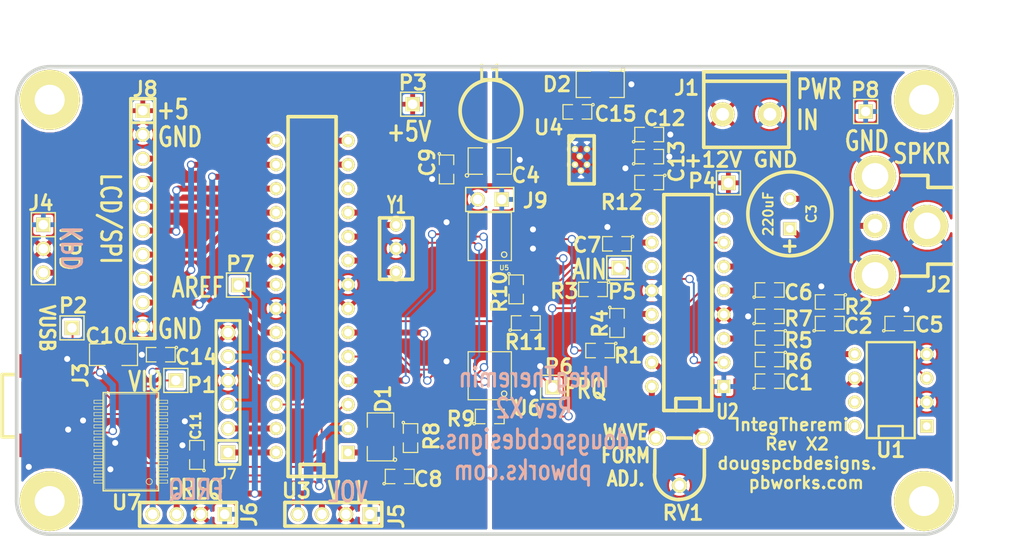
<source format=kicad_pcb>
(kicad_pcb (version 20171130) (host pcbnew "(5.1.10)-1")
  (title_block (date "26 apr 2013"))
  (layers (0 Front signal) (31 Back signal hide) (36 B.SilkS user) (37 F.SilkS user) (38 B.Mask user) (39 F.Mask user) (44 Edge.Cuts user))
  (net 0 "")
  (net 1 +12V)
  (net 2 +5V)
  (net 3 /Amplifier/AO)
  (net 4 /Amplifier/COMP)
  (net 5 /Amplifier/OUT)
  (net 6 /Amplifier/RESHI)
  (net 7 /Digital/AD4)
  (net 8 /Digital/AD5)
  (net 9 /Digital/AREF)
  (net 10 /Digital/D2)
  (net 11 /Digital/D3)
  (net 12 /Digital/D4)
  (net 13 /Digital/D5)
  (net 14 /Digital/FRQ_SENS)
  (net 15 /Digital/KEYPAD)
  (net 16 /Digital/LCDCS)
  (net 17 /Digital/LCDRS)
  (net 18 /Digital/LCDRST)
  (net 19 /Digital/MISO)
  (net 20 /Digital/MOSI)
  (net 21 /Digital/RES0)
  (net 22 /Digital/RES1)
  (net 23 /Digital/RST)
  (net 24 /Digital/RXCPU)
  (net 25 /Digital/SCK)
  (net 26 /Digital/SDCS)
  (net 27 /Digital/VCO_ANALOG)
  (net 28 /Digital/VOL_SENS)
  (net 29 /Digital/~ARDRES)
  (net 30 /FTDI/DM)
  (net 31 /FTDI/DP)
  (net 32 /FTDI/RXFTDI)
  (net 33 /FTDI/VCCIO)
  (net 34 /FTDI/VUSB)
  (net 35 "/HV Pots/AUDIO-OUT")
  (net 36 "/HV Pots/AUDIO_IN")
  (net 37 "/HV Pots/FREQ-W")
  (net 38 "/Power Supply/B")
  (net 39 "/Power Supply/SW")
  (net 40 "/XR-2206 VCO/BIAS")
  (net 41 "/XR-2206 VCO/M")
  (net 42 "/XR-2206 VCO/SC")
  (net 43 "/XR-2206 VCO/SYM1")
  (net 44 "/XR-2206 VCO/SYM2")
  (net 45 "/XR-2206 VCO/TC1")
  (net 46 "/XR-2206 VCO/TC2")
  (net 47 "/XR-2206 VCO/TR1")
  (net 48 "/XR-2206 VCO/WA1")
  (net 49 "/XR-2206 VCO/WA2")
  (net 50 GND)
  (net 51 GNDA)
  (net 52 N-0000050)
  (net 53 N-0000057)
  (net 54 N-0000064)
  (module SM0805 (layer Front) (at 131.672 104.33 270)
    (fp_text reference R8 (at -0.205 -2.228 270) (layer F.SilkS) (effects (font (size 1.524 1.524) (thickness 0.3048))))
    (fp_text value 10K hide)
    (pad 1 smd rect (at -0.9525 0 270) (size 0.889 1.397) (layers Front F.Paste F.Mask) (net 2 +5V))
    (pad 2 smd rect (at 0.9525 0 270) (size 0.889 1.397) (layers Front F.Paste F.Mask) (net 23 /Digital/RST))
  )
  (module SM0805 (layer Front) (at 142.848 88.582 270)
    (fp_text reference R10 (at 0.254 1.778 270) (layer F.SilkS) (effects (font (size 1.524 1.524) (thickness 0.3048))))
    (fp_text value 4.7K hide)
    (pad 1 smd rect (at -0.9525 0 270) (size 0.889 1.397) (layers Front F.Paste F.Mask) (net 36 "/HV Pots/AUDIO_IN"))
    (pad 2 smd rect (at 0.9525 0 270) (size 0.889 1.397) (layers Front F.Paste F.Mask) (net 27 /Digital/VCO_ANALOG))
  )
  (module SM0805 (layer Front) (at 140.054 102.044)
    (fp_text reference R9 (at -3.048 0.254) (layer F.SilkS) (effects (font (size 1.524 1.524) (thickness 0.3048))))
    (fp_text value 10K hide)
    (pad 1 smd rect (at -0.9525 0) (size 0.889 1.397) (layers Front F.Paste F.Mask) (net 2 +5V))
    (pad 2 smd rect (at 0.9525 0) (size 0.889 1.397) (layers Front F.Paste F.Mask) (net 53 N-0000057))
  )
  (module SM0805 (layer Front) (at 153.516 92.138 270)
    (fp_text reference R4 (at 0.062 1.791 270) (layer F.SilkS) (effects (font (size 1.524 1.524) (thickness 0.3048))))
    (fp_text value 220 hide)
    (pad 1 smd rect (at -0.9525 0 270) (size 0.889 1.397) (layers Front F.Paste F.Mask) (net 48 "/XR-2206 VCO/WA1"))
    (pad 2 smd rect (at 0.9525 0 270) (size 0.889 1.397) (layers Front F.Paste F.Mask) (net 49 "/XR-2206 VCO/WA2"))
  )
  (module SM0805 (layer Front) (at 169.672 91.44)
    (fp_text reference R7 (at 3.048 0.254) (layer F.SilkS) (effects (font (size 1.524 1.524) (thickness 0.3048))))
    (fp_text value 5.1K hide)
    (pad 1 smd rect (at -0.9525 0) (size 0.889 1.397) (layers Front F.Paste F.Mask) (net 51 GNDA))
    (pad 2 smd rect (at 0.9525 0) (size 0.889 1.397) (layers Front F.Paste F.Mask) (net 42 "/XR-2206 VCO/SC"))
  )
  (module SM0805 (layer Front) (at 169.672 96.012 180)
    (fp_text reference R6 (at -3.048 -0.254 180) (layer F.SilkS) (effects (font (size 1.524 1.524) (thickness 0.3048))))
    (fp_text value 5.1K hide)
    (pad 1 smd rect (at -0.9525 0 180) (size 0.889 1.397) (layers Front F.Paste F.Mask) (net 42 "/XR-2206 VCO/SC"))
    (pad 2 smd rect (at 0.9525 0 180) (size 0.889 1.397) (layers Front F.Paste F.Mask) (net 1 +12V))
  )
  (module SM0805 (layer Front) (at 169.672 93.726 180)
    (fp_text reference R5 (at -3.048 -0.254 180) (layer F.SilkS) (effects (font (size 1.524 1.524) (thickness 0.3048))))
    (fp_text value 10K hide)
    (pad 1 smd rect (at -0.9525 0 180) (size 0.889 1.397) (layers Front F.Paste F.Mask) (net 42 "/XR-2206 VCO/SC"))
    (pad 2 smd rect (at 0.9525 0 180) (size 0.889 1.397) (layers Front F.Paste F.Mask) (net 41 "/XR-2206 VCO/M"))
  )
  (module SM0805 (layer Front) (at 151.738 95.059 180)
    (fp_text reference R1 (at -2.962 -0.541 180) (layer F.SilkS) (effects (font (size 1.524 1.524) (thickness 0.3048))))
    (fp_text value 1M hide)
    (pad 1 smd rect (at -0.9525 0 180) (size 0.889 1.397) (layers Front F.Paste F.Mask) (net 52 N-0000050))
    (pad 2 smd rect (at 0.9525 0 180) (size 0.889 1.397) (layers Front F.Paste F.Mask) (net 35 "/HV Pots/AUDIO-OUT"))
  )
  (module SM0805 (layer Front) (at 176.022 89.916 180)
    (fp_text reference R2 (at -3.048 -0.508 180) (layer F.SilkS) (effects (font (size 1.524 1.524) (thickness 0.3048))))
    (fp_text value 10 hide)
    (pad 1 smd rect (at -0.9525 0 180) (size 0.889 1.397) (layers Front F.Paste F.Mask) (net 4 /Amplifier/COMP))
    (pad 2 smd rect (at 0.9525 0 180) (size 0.889 1.397) (layers Front F.Paste F.Mask) (net 51 GNDA))
  )
  (module SM0805 (layer Front) (at 150.976 88.582 180)
    (fp_text reference R3 (at 3.026 -0.193 180) (layer F.SilkS) (effects (font (size 1.524 1.524) (thickness 0.3048))))
    (fp_text value 10K hide)
    (pad 1 smd rect (at -0.9525 0 180) (size 0.889 1.397) (layers Front F.Paste F.Mask) (net 47 "/XR-2206 VCO/TR1"))
    (pad 2 smd rect (at 0.9525 0 180) (size 0.889 1.397) (layers Front F.Paste F.Mask) (net 37 "/HV Pots/FREQ-W"))
  )
  (module SM0805 (layer Front) (at 143.864 92.138)
    (fp_text reference R11 (at 0 2.032) (layer F.SilkS) (effects (font (size 1.524 1.524) (thickness 0.3048))))
    (fp_text value 2.2K hide)
    (pad 1 smd rect (at -0.9525 0) (size 0.889 1.397) (layers Front F.Paste F.Mask) (net 27 /Digital/VCO_ANALOG))
    (pad 2 smd rect (at 0.9525 0) (size 0.889 1.397) (layers Front F.Paste F.Mask) (net 51 GNDA))
  )
  (module SM0805 (layer Front) (at 105.25 95.5 180)
    (fp_text reference C14 (at -3.75 -0.25 180) (layer F.SilkS) (effects (font (size 1.524 1.524) (thickness 0.3048))))
    (fp_text value 0.1uF hide)
    (pad 1 smd rect (at -0.9525 0 180) (size 0.889 1.397) (layers Front F.Paste F.Mask) (net 2 +5V))
    (pad 2 smd rect (at 0.9525 0 180) (size 0.889 1.397) (layers Front F.Paste F.Mask) (net 50 GND))
  )
  (module SM0805 (layer Front) (at 135.482 75.882 270)
    (fp_text reference C9 (at -0.7488 2.0304 270) (layer F.SilkS) (effects (font (size 1.524 1.524) (thickness 0.3048))))
    (fp_text value 0.1uF hide)
    (pad 1 smd rect (at -0.9525 0 270) (size 0.889 1.397) (layers Front F.Paste F.Mask) (net 2 +5V))
    (pad 2 smd rect (at 0.9525 0 270) (size 0.889 1.397) (layers Front F.Paste F.Mask) (net 50 GND))
  )
  (module SM0805 (layer Front) (at 130.529 108.394)
    (fp_text reference C8 (at 3.021 0.281) (layer F.SilkS) (effects (font (size 1.524 1.524) (thickness 0.3048))))
    (fp_text value 0.1uF hide)
    (pad 1 smd rect (at -0.9525 0) (size 0.889 1.397) (layers Front F.Paste F.Mask) (net 29 /Digital/~ARDRES))
    (pad 2 smd rect (at 0.9525 0) (size 0.889 1.397) (layers Front F.Paste F.Mask) (net 23 /Digital/RST))
  )
  (module SM0805 (layer Front) (at 153.516 83.756 180)
    (fp_text reference C7 (at 3.175 -0.127 180) (layer F.SilkS) (effects (font (size 1.524 1.524) (thickness 0.3048))))
    (fp_text value 1UF hide)
    (pad 1 smd rect (at -0.9525 0 180) (size 0.889 1.397) (layers Front F.Paste F.Mask) (net 40 "/XR-2206 VCO/BIAS"))
    (pad 2 smd rect (at 0.9525 0 180) (size 0.889 1.397) (layers Front F.Paste F.Mask) (net 51 GNDA))
  )
  (module SM0805 (layer Front) (at 183.388 92.202)
    (fp_text reference C5 (at 3.175 0.127) (layer F.SilkS) (effects (font (size 1.524 1.524) (thickness 0.3048))))
    (fp_text value 1uF hide)
    (pad 1 smd rect (at -0.9525 0) (size 0.889 1.397) (layers Front F.Paste F.Mask) (net 1 +12V))
    (pad 2 smd rect (at 0.9525 0) (size 0.889 1.397) (layers Front F.Paste F.Mask) (net 51 GNDA))
  )
  (module SM0805 (layer Front) (at 169.672 98.298)
    (fp_text reference C1 (at 3.0988 0.1524) (layer F.SilkS) (effects (font (size 1.524 1.524) (thickness 0.3048))))
    (fp_text value 0.1uF hide)
    (pad 1 smd rect (at -0.9525 0) (size 0.889 1.397) (layers Front F.Paste F.Mask) (net 52 N-0000050))
    (pad 2 smd rect (at 0.9525 0) (size 0.889 1.397) (layers Front F.Paste F.Mask) (net 6 /Amplifier/RESHI))
  )
  (module SM0805 (layer Front) (at 176.022 92.202)
    (fp_text reference C2 (at 3.048 0.254) (layer F.SilkS) (effects (font (size 1.524 1.524) (thickness 0.3048))))
    (fp_text value .047uF hide)
    (pad 1 smd rect (at -0.9525 0) (size 0.889 1.397) (layers Front F.Paste F.Mask) (net 3 /Amplifier/AO))
    (pad 2 smd rect (at 0.9525 0) (size 0.889 1.397) (layers Front F.Paste F.Mask) (net 4 /Amplifier/COMP))
  )
  (module RESON_3PIN (layer Front) (at 130.148 84.264)
    (fp_text reference Y1 (at 0.0524 -4.6096) (layer F.SilkS) (effects (font (size 1.72974 1.08712) (thickness 0.27178))))
    (fp_text value 16MHz hide)
    (pad 3 thru_hole circle (at 0 -2.49936 90) (size 1.397 1.397) (drill 0.8128) (layers *.Cu *.Mask F.SilkS) (net 22 /Digital/RES1))
    (pad 1 thru_hole circle (at 0 2.49936 90) (size 1.397 1.397) (drill 0.8128) (layers *.Cu *.Mask F.SilkS) (net 21 /Digital/RES0))
    (pad 2 thru_hole circle (at 0 0 90) (size 1.397 1.397) (drill 0.8128) (layers *.Cu *.Mask F.SilkS) (net 50 GND))
  )
  (module pin_array_4x1 (layer Front) (at 112.014 112.395 90)
    (fp_text reference J6 (at 0 2.6 90) (layer F.SilkS) (effects (font (size 1.524 1.524) (thickness 0.3048))))
    (fp_text value CONN_4 hide)
    (pad 1 thru_hole rect (at 0 0 90) (size 1.524 1.524) (drill 1.016) (layers *.Cu *.Mask F.SilkS) (net 50 GND))
    (pad 2 thru_hole circle (at 0 -2.54 90) (size 1.524 1.524) (drill 1.016) (layers *.Cu *.Mask F.SilkS) (net 2 +5V))
    (pad 3 thru_hole circle (at 0 -5.08 90) (size 1.524 1.524) (drill 1.016) (layers *.Cu *.Mask F.SilkS) (net 9 /Digital/AREF))
    (pad 4 thru_hole circle (at 0 -7.62 90) (size 1.524 1.524) (drill 1.016) (layers *.Cu *.Mask F.SilkS) (net 14 /Digital/FRQ_SENS))
  )
  (module pin_array_4x1 (layer Front) (at 127.381 112.395 90)
    (fp_text reference J5 (at -0.2 2.8 90) (layer F.SilkS) (effects (font (size 1.524 1.524) (thickness 0.3048))))
    (fp_text value CONN_4 hide)
    (pad 1 thru_hole rect (at 0 0 90) (size 1.524 1.524) (drill 1.016) (layers *.Cu *.Mask F.SilkS) (net 50 GND))
    (pad 2 thru_hole circle (at 0 -2.54 90) (size 1.524 1.524) (drill 1.016) (layers *.Cu *.Mask F.SilkS) (net 2 +5V))
    (pad 3 thru_hole circle (at 0 -5.08 90) (size 1.524 1.524) (drill 1.016) (layers *.Cu *.Mask F.SilkS) (net 9 /Digital/AREF))
    (pad 4 thru_hole circle (at 0 -7.62 90) (size 1.524 1.524) (drill 1.016) (layers *.Cu *.Mask F.SilkS) (net 28 /Digital/VOL_SENS))
  )
  (module PIN_ARRAY_3X1 (layer Front) (at 92.825 84.275 270)
    (fp_text reference J4 (at -4.826 0.254) (layer F.SilkS) (effects (font (size 1.524 1.524) (thickness 0.3048))))
    (fp_text value CONN_3 hide)
    (pad 1 thru_hole rect (at -2.54 0 270) (size 1.524 1.524) (drill 1.016) (layers *.Cu *.Mask F.SilkS) (net 50 GND))
    (pad 2 thru_hole circle (at 0 0 270) (size 1.524 1.524) (drill 1.016) (layers *.Cu *.Mask F.SilkS) (net 2 +5V))
    (pad 3 thru_hole circle (at 2.54 0 270) (size 1.524 1.524) (drill 1.016) (layers *.Cu *.Mask F.SilkS) (net 15 /Digital/KEYPAD))
  )
  (module PIN_ARRAY_2X1 (layer Front) (at 140.054 79.057 180)
    (fp_text reference J9 (at -4.826 -0.127 180) (layer F.SilkS) (effects (font (size 1.524 1.524) (thickness 0.3048))))
    (fp_text value CONN_2 hide)
    (pad 1 thru_hole rect (at -1.27 0 180) (size 1.524 1.524) (drill 1.016) (layers *.Cu *.Mask F.SilkS) (net 51 GNDA))
    (pad 2 thru_hole circle (at 1.27 0 180) (size 1.524 1.524) (drill 1.016) (layers *.Cu *.Mask F.SilkS) (net 50 GND))
  )
  (module PIN_ARRAY-6X1 (layer Front) (at 112.368 99.504 90)
    (fp_text reference J7 (at -8.636 0 180) (layer F.SilkS) (effects (font (size 1.016 1.016) (thickness 0.2032))))
    (fp_text value CONN_6 hide)
    (pad 1 thru_hole rect (at -6.35 0 90) (size 1.524 1.524) (drill 1.016) (layers *.Cu *.Mask F.SilkS) (net 8 /Digital/AD5))
    (pad 2 thru_hole circle (at -3.81 0 90) (size 1.524 1.524) (drill 1.016) (layers *.Cu *.Mask F.SilkS) (net 7 /Digital/AD4))
    (pad 3 thru_hole circle (at -1.27 0 90) (size 1.524 1.524) (drill 1.016) (layers *.Cu *.Mask F.SilkS) (net 9 /Digital/AREF))
    (pad 4 thru_hole circle (at 1.27 0 90) (size 1.524 1.524) (drill 1.016) (layers *.Cu *.Mask F.SilkS) (net 50 GND))
    (pad 5 thru_hole circle (at 3.81 0 90) (size 1.524 1.524) (drill 1.016) (layers *.Cu *.Mask F.SilkS) (net 9 /Digital/AREF))
    (pad 6 thru_hole circle (at 6.35 0 90) (size 1.524 1.524) (drill 1.016) (layers *.Cu *.Mask F.SilkS) (net 2 +5V))
  )
  (module DIP-8__300 (layer Front) (at 182.472 99.25 90)
    (fp_text reference U1 (at -6.35 0 180) (layer F.SilkS) (effects (font (size 1.524 1.524) (thickness 0.3048))))
    (fp_text value LM386 hide)
    (pad 1 thru_hole rect (at -3.81 3.81 90) (size 1.397 1.397) (drill 0.8128) (layers *.Cu *.Mask F.SilkS))
    (pad 2 thru_hole circle (at -1.27 3.81 90) (size 1.397 1.397) (drill 0.8128) (layers *.Cu *.Mask F.SilkS) (net 51 GNDA))
    (pad 3 thru_hole circle (at 1.27 3.81 90) (size 1.397 1.397) (drill 0.8128) (layers *.Cu *.Mask F.SilkS) (net 6 /Amplifier/RESHI))
    (pad 4 thru_hole circle (at 3.81 3.81 90) (size 1.397 1.397) (drill 0.8128) (layers *.Cu *.Mask F.SilkS) (net 51 GNDA))
    (pad 5 thru_hole circle (at 3.81 -3.81 90) (size 1.397 1.397) (drill 0.8128) (layers *.Cu *.Mask F.SilkS) (net 3 /Amplifier/AO))
    (pad 6 thru_hole circle (at 1.27 -3.81 90) (size 1.397 1.397) (drill 0.8128) (layers *.Cu *.Mask F.SilkS) (net 1 +12V))
    (pad 7 thru_hole circle (at -1.27 -3.81 90) (size 1.397 1.397) (drill 0.8128) (layers *.Cu *.Mask F.SilkS))
    (pad 8 thru_hole circle (at -3.81 -3.81 90) (size 1.397 1.397) (drill 0.8128) (layers *.Cu *.Mask F.SilkS))
  )
  (module DIP-28__300 (layer Front) (at 121.258 89.344 90)
    (fp_text reference U3 (at -20.556 -1.658 180) (layer F.SilkS) (effects (font (size 1.524 1.524) (thickness 0.3048))))
    (fp_text value ATMEGA328-PU hide)
    (pad 2 thru_hole circle (at -13.97 3.81 90) (size 1.397 1.397) (drill 0.8128) (layers *.Cu *.Mask F.SilkS) (net 24 /Digital/RXCPU))
    (pad 3 thru_hole circle (at -11.43 3.81 90) (size 1.397 1.397) (drill 0.8128) (layers *.Cu *.Mask F.SilkS) (net 32 /FTDI/RXFTDI))
    (pad 4 thru_hole circle (at -8.89 3.81 90) (size 1.397 1.397) (drill 0.8128) (layers *.Cu *.Mask F.SilkS) (net 10 /Digital/D2))
    (pad 5 thru_hole circle (at -6.35 3.81 90) (size 1.397 1.397) (drill 0.8128) (layers *.Cu *.Mask F.SilkS) (net 11 /Digital/D3))
    (pad 6 thru_hole circle (at -3.81 3.81 90) (size 1.397 1.397) (drill 0.8128) (layers *.Cu *.Mask F.SilkS) (net 12 /Digital/D4))
    (pad 7 thru_hole circle (at -1.27 3.81 90) (size 1.397 1.397) (drill 0.8128) (layers *.Cu *.Mask F.SilkS) (net 2 +5V))
    (pad 8 thru_hole circle (at 1.27 3.81 90) (size 1.397 1.397) (drill 0.8128) (layers *.Cu *.Mask F.SilkS) (net 50 GND))
    (pad 9 thru_hole circle (at 3.81 3.81 90) (size 1.397 1.397) (drill 0.8128) (layers *.Cu *.Mask F.SilkS) (net 21 /Digital/RES0))
    (pad 10 thru_hole circle (at 6.35 3.81 90) (size 1.397 1.397) (drill 0.8128) (layers *.Cu *.Mask F.SilkS) (net 22 /Digital/RES1))
    (pad 11 thru_hole circle (at 8.89 3.81 90) (size 1.397 1.397) (drill 0.8128) (layers *.Cu *.Mask F.SilkS) (net 13 /Digital/D5))
    (pad 12 thru_hole circle (at 11.43 3.81 90) (size 1.397 1.397) (drill 0.8128) (layers *.Cu *.Mask F.SilkS))
    (pad 13 thru_hole circle (at 13.97 3.81 90) (size 1.397 1.397) (drill 0.8128) (layers *.Cu *.Mask F.SilkS) (net 26 /Digital/SDCS))
    (pad 14 thru_hole circle (at 16.51 3.81 90) (size 1.397 1.397) (drill 0.8128) (layers *.Cu *.Mask F.SilkS) (net 18 /Digital/LCDRST))
    (pad 1 thru_hole rect (at -16.51 3.81 90) (size 1.397 1.397) (drill 0.8128) (layers *.Cu *.Mask F.SilkS) (net 23 /Digital/RST))
    (pad 15 thru_hole circle (at 16.51 -3.81 90) (size 1.397 1.397) (drill 0.8128) (layers *.Cu *.Mask F.SilkS) (net 17 /Digital/LCDRS))
    (pad 16 thru_hole circle (at 13.97 -3.81 90) (size 1.397 1.397) (drill 0.8128) (layers *.Cu *.Mask F.SilkS) (net 16 /Digital/LCDCS))
    (pad 17 thru_hole circle (at 11.43 -3.81 90) (size 1.397 1.397) (drill 0.8128) (layers *.Cu *.Mask F.SilkS) (net 20 /Digital/MOSI))
    (pad 18 thru_hole circle (at 8.89 -3.81 90) (size 1.397 1.397) (drill 0.8128) (layers *.Cu *.Mask F.SilkS) (net 19 /Digital/MISO))
    (pad 19 thru_hole circle (at 6.35 -3.81 90) (size 1.397 1.397) (drill 0.8128) (layers *.Cu *.Mask F.SilkS) (net 25 /Digital/SCK))
    (pad 20 thru_hole circle (at 3.81 -3.81 90) (size 1.397 1.397) (drill 0.8128) (layers *.Cu *.Mask F.SilkS) (net 2 +5V))
    (pad 21 thru_hole circle (at 1.27 -3.81 90) (size 1.397 1.397) (drill 0.8128) (layers *.Cu *.Mask F.SilkS) (net 9 /Digital/AREF))
    (pad 22 thru_hole circle (at -1.27 -3.81 90) (size 1.397 1.397) (drill 0.8128) (layers *.Cu *.Mask F.SilkS) (net 50 GND))
    (pad 23 thru_hole circle (at -3.81 -3.81 90) (size 1.397 1.397) (drill 0.8128) (layers *.Cu *.Mask F.SilkS) (net 15 /Digital/KEYPAD))
    (pad 24 thru_hole circle (at -6.35 -3.81 90) (size 1.397 1.397) (drill 0.8128) (layers *.Cu *.Mask F.SilkS) (net 28 /Digital/VOL_SENS))
    (pad 25 thru_hole circle (at -8.89 -3.81 90) (size 1.397 1.397) (drill 0.8128) (layers *.Cu *.Mask F.SilkS) (net 14 /Digital/FRQ_SENS))
    (pad 26 thru_hole circle (at -11.43 -3.81 90) (size 1.397 1.397) (drill 0.8128) (layers *.Cu *.Mask F.SilkS) (net 27 /Digital/VCO_ANALOG))
    (pad 27 thru_hole circle (at -13.97 -3.81 90) (size 1.397 1.397) (drill 0.8128) (layers *.Cu *.Mask F.SilkS) (net 7 /Digital/AD4))
    (pad 28 thru_hole circle (at -16.51 -3.81 90) (size 1.397 1.397) (drill 0.8128) (layers *.Cu *.Mask F.SilkS) (net 8 /Digital/AD5))
  )
  (module DIP-16__300 (layer Front) (at 161.009 89.979 90)
    (fp_text reference U2 (at -11.557 4.191 180) (layer F.SilkS) (effects (font (size 1.524 1.143) (thickness 0.28702))))
    (fp_text value XR2206 hide)
    (pad 1 thru_hole rect (at -8.89 3.81 90) (size 1.397 1.397) (drill 0.8128) (layers *.Cu *.Mask F.SilkS) (net 51 GNDA))
    (pad 2 thru_hole circle (at -6.35 3.81 90) (size 1.397 1.397) (drill 0.8128) (layers *.Cu *.Mask F.SilkS) (net 36 "/HV Pots/AUDIO_IN"))
    (pad 3 thru_hole circle (at -3.81 3.81 90) (size 1.397 1.397) (drill 0.8128) (layers *.Cu *.Mask F.SilkS) (net 41 "/XR-2206 VCO/M"))
    (pad 4 thru_hole circle (at -1.27 3.81 90) (size 1.397 1.397) (drill 0.8128) (layers *.Cu *.Mask F.SilkS) (net 1 +12V))
    (pad 5 thru_hole circle (at 1.27 3.81 90) (size 1.397 1.397) (drill 0.8128) (layers *.Cu *.Mask F.SilkS) (net 45 "/XR-2206 VCO/TC1"))
    (pad 6 thru_hole circle (at 3.81 3.81 90) (size 1.397 1.397) (drill 0.8128) (layers *.Cu *.Mask F.SilkS) (net 46 "/XR-2206 VCO/TC2"))
    (pad 7 thru_hole circle (at 6.35 3.81 90) (size 1.397 1.397) (drill 0.8128) (layers *.Cu *.Mask F.SilkS) (net 47 "/XR-2206 VCO/TR1"))
    (pad 8 thru_hole circle (at 8.89 3.81 90) (size 1.397 1.397) (drill 0.8128) (layers *.Cu *.Mask F.SilkS))
    (pad 9 thru_hole circle (at 8.89 -3.81 90) (size 1.397 1.397) (drill 0.8128) (layers *.Cu *.Mask F.SilkS))
    (pad 10 thru_hole circle (at 6.35 -3.81 90) (size 1.397 1.397) (drill 0.8128) (layers *.Cu *.Mask F.SilkS) (net 40 "/XR-2206 VCO/BIAS"))
    (pad 11 thru_hole circle (at 3.81 -3.81 90) (size 1.397 1.397) (drill 0.8128) (layers *.Cu *.Mask F.SilkS))
    (pad 12 thru_hole circle (at 1.27 -3.81 90) (size 1.397 1.397) (drill 0.8128) (layers *.Cu *.Mask F.SilkS) (net 51 GNDA))
    (pad 13 thru_hole circle (at -1.27 -3.81 90) (size 1.397 1.397) (drill 0.8128) (layers *.Cu *.Mask F.SilkS) (net 48 "/XR-2206 VCO/WA1"))
    (pad 14 thru_hole circle (at -3.81 -3.81 90) (size 1.397 1.397) (drill 0.8128) (layers *.Cu *.Mask F.SilkS) (net 49 "/XR-2206 VCO/WA2"))
    (pad 15 thru_hole circle (at -6.35 -3.81 90) (size 1.397 1.397) (drill 0.8128) (layers *.Cu *.Mask F.SilkS) (net 43 "/XR-2206 VCO/SYM1"))
    (pad 16 thru_hole circle (at -8.89 -3.81 90) (size 1.397 1.397) (drill 0.8128) (layers *.Cu *.Mask F.SilkS) (net 44 "/XR-2206 VCO/SYM2"))
  )
  (module RCA (layer Front) (at 180.821 81.851 270)
    (fp_text reference J2 (at 6.223 -6.731) (layer F.SilkS) (effects (font (size 1.524 1.524) (thickness 0.3048))))
    (fp_text value RCA-JACK hide)
    (pad 1 thru_hole circle (at 0 -5.5118 270) (size 4.445 4.445) (drill 2.794) (layers *.Cu *.Mask F.SilkS) (net 51 GNDA))
    (pad 2 thru_hole circle (at -5.2451 0 270) (size 4.445 4.445) (drill 2.794) (layers *.Cu *.Mask F.SilkS) (net 51 GNDA))
    (pad 3 thru_hole circle (at 5.2451 0 270) (size 4.445 4.445) (drill 2.794) (layers *.Cu *.Mask F.SilkS) (net 51 GNDA))
    (pad 4 thru_hole circle (at 0 0 270) (size 2.54 2.54) (drill 1.4986) (layers *.Cu *.Mask F.SilkS) (net 5 /Amplifier/OUT))
  )
  (module tssop-14 (layer Front) (at 140.054 82.994 90)
    (fp_text reference U5 (at -3.302 1.524 180) (layer F.SilkS) (effects (font (size 0.50038 0.50038) (thickness 0.09906))))
    (fp_text value AD5292 hide)
    (pad 4 smd rect (at 0 2.79908 90) (size 0.4191 1.47066) (layers Front F.Paste F.Mask) (net 35 "/HV Pots/AUDIO-OUT"))
    (pad 5 smd rect (at 0.65024 2.79908 90) (size 0.4191 1.47066) (layers Front F.Paste F.Mask) (net 51 GNDA))
    (pad 6 smd rect (at 1.30048 2.79908 90) (size 0.4191 1.47066) (layers Front F.Paste F.Mask) (net 1 +12V))
    (pad 7 smd rect (at 1.95072 2.79908 90) (size 0.4191 1.47066) (layers Front F.Paste F.Mask))
    (pad 8 smd rect (at 1.95072 -2.79908 90) (size 0.4191 1.47066) (layers Front F.Paste F.Mask) (net 2 +5V))
    (pad 1 smd rect (at -1.95072 2.79908 90) (size 0.4191 1.47066) (layers Front F.Paste F.Mask) (net 53 N-0000057))
    (pad 2 smd rect (at -1.30048 2.79908 90) (size 0.4191 1.47066) (layers Front F.Paste F.Mask) (net 51 GNDA))
    (pad 3 smd rect (at -0.65024 2.79908 90) (size 0.4191 1.47066) (layers Front F.Paste F.Mask) (net 36 "/HV Pots/AUDIO_IN"))
    (pad 9 smd rect (at 1.30048 -2.79908 90) (size 0.4191 1.47066) (layers Front F.Paste F.Mask) (net 50 GND))
    (pad 10 smd rect (at 0.65024 -2.79908 90) (size 0.4191 1.47066) (layers Front F.Paste F.Mask) (net 10 /Digital/D2))
    (pad 11 smd rect (at 0 -2.79908 90) (size 0.4191 1.47066) (layers Front F.Paste F.Mask) (net 12 /Digital/D4))
    (pad 12 smd rect (at -0.65024 -2.79908 90) (size 0.4191 1.47066) (layers Front F.Paste F.Mask) (net 13 /Digital/D5))
    (pad 13 smd rect (at -1.30048 -2.79908 90) (size 0.4191 1.47066) (layers Front F.Paste F.Mask))
    (pad 14 smd rect (at -1.95072 -2.79908 90) (size 0.4191 1.47066) (layers Front F.Paste F.Mask))
  )
  (module tssop-14 (layer Front) (at 140.054 97.726 90)
    (fp_text reference U6 (at -3.429 3.937 180) (layer F.SilkS) (effects (font (size 1.524 1.524) (thickness 0.3048))))
    (fp_text value AD5292 hide)
    (pad 4 smd rect (at 0 2.79908 90) (size 0.4191 1.47066) (layers Front F.Paste F.Mask) (net 37 "/HV Pots/FREQ-W"))
    (pad 5 smd rect (at 0.65024 2.79908 90) (size 0.4191 1.47066) (layers Front F.Paste F.Mask) (net 51 GNDA))
    (pad 6 smd rect (at 1.30048 2.79908 90) (size 0.4191 1.47066) (layers Front F.Paste F.Mask) (net 1 +12V))
    (pad 7 smd rect (at 1.95072 2.79908 90) (size 0.4191 1.47066) (layers Front F.Paste F.Mask))
    (pad 8 smd rect (at 1.95072 -2.79908 90) (size 0.4191 1.47066) (layers Front F.Paste F.Mask) (net 2 +5V))
    (pad 1 smd rect (at -1.95072 2.79908 90) (size 0.4191 1.47066) (layers Front F.Paste F.Mask) (net 53 N-0000057))
    (pad 2 smd rect (at -1.30048 2.79908 90) (size 0.4191 1.47066) (layers Front F.Paste F.Mask) (net 51 GNDA))
    (pad 3 smd rect (at -0.65024 2.79908 90) (size 0.4191 1.47066) (layers Front F.Paste F.Mask) (net 37 "/HV Pots/FREQ-W"))
    (pad 9 smd rect (at 1.30048 -2.79908 90) (size 0.4191 1.47066) (layers Front F.Paste F.Mask) (net 50 GND))
    (pad 10 smd rect (at 0.65024 -2.79908 90) (size 0.4191 1.47066) (layers Front F.Paste F.Mask) (net 11 /Digital/D3))
    (pad 11 smd rect (at 0 -2.79908 90) (size 0.4191 1.47066) (layers Front F.Paste F.Mask) (net 12 /Digital/D4))
    (pad 12 smd rect (at -0.65024 -2.79908 90) (size 0.4191 1.47066) (layers Front F.Paste F.Mask) (net 13 /Digital/D5))
    (pad 13 smd rect (at -1.30048 -2.79908 90) (size 0.4191 1.47066) (layers Front F.Paste F.Mask))
    (pad 14 smd rect (at -1.95072 -2.79908 90) (size 0.4191 1.47066) (layers Front F.Paste F.Mask))
  )
  (module POT-6MM (layer Front) (at 160.12 104.33 180)
    (fp_text reference RV1 (at -0.38 -7.92 180) (layer F.SilkS) (effects (font (size 1.524 1.524) (thickness 0.3048))))
    (fp_text value 25K hide)
    (pad 1 thru_hole circle (at -2.49936 0 180) (size 1.6002 1.6002) (drill 1.00076) (layers *.Cu *.Mask F.SilkS) (net 43 "/XR-2206 VCO/SYM1"))
    (pad 3 thru_hole circle (at 2.49936 0 180) (size 1.6002 1.6002) (drill 1.00076) (layers *.Cu *.Mask F.SilkS) (net 44 "/XR-2206 VCO/SYM2"))
    (pad 2 thru_hole circle (at 0 -5.00126 180) (size 1.6002 1.6002) (drill 1.00076) (layers *.Cu *.Mask F.SilkS) (net 51 GNDA))
  )
  (module PIN_ARRAY-10X1 (layer Front) (at 103.351 81.089 270)
    (fp_text reference J8 (at -13.716 -0.254) (layer F.SilkS) (effects (font (size 1.524 1.524) (thickness 0.3048))))
    (fp_text value CONN_10 hide)
    (pad 10 thru_hole circle (at 11.43 0 270) (size 1.524 1.524) (drill 1.016) (layers *.Cu *.Mask F.SilkS) (net 50 GND))
    (pad 9 thru_hole circle (at 8.89 0 270) (size 1.524 1.524) (drill 1.016) (layers *.Cu *.Mask F.SilkS) (net 26 /Digital/SDCS))
    (pad 6 thru_hole circle (at 1.27 0 270) (size 1.524 1.524) (drill 1.016) (layers *.Cu *.Mask F.SilkS) (net 20 /Digital/MOSI))
    (pad 5 thru_hole circle (at -1.27 0 270) (size 1.524 1.524) (drill 1.016) (layers *.Cu *.Mask F.SilkS) (net 19 /Digital/MISO))
    (pad 1 thru_hole rect (at -11.43 0 270) (size 1.524 1.524) (drill 1.016) (layers *.Cu *.Mask F.SilkS) (net 2 +5V))
    (pad 2 thru_hole circle (at -8.89 0 270) (size 1.524 1.524) (drill 1.016) (layers *.Cu *.Mask F.SilkS) (net 50 GND))
    (pad 3 thru_hole circle (at -6.35 0 270) (size 1.524 1.524) (drill 1.016) (layers *.Cu *.Mask F.SilkS) (net 18 /Digital/LCDRST))
    (pad 4 thru_hole circle (at -3.81 0 270) (size 1.524 1.524) (drill 1.016) (layers *.Cu *.Mask F.SilkS) (net 17 /Digital/LCDRS))
    (pad 7 thru_hole circle (at 3.81 0 270) (size 1.524 1.524) (drill 1.016) (layers *.Cu *.Mask F.SilkS) (net 25 /Digital/SCK))
    (pad 8 thru_hole circle (at 6.35 0 270) (size 1.524 1.524) (drill 1.016) (layers *.Cu *.Mask F.SilkS) (net 16 /Digital/LCDCS))
  )
  (module SM0805 (layer Front) (at 109.066 106.108 90)
    (fp_text reference C11 (at 3.108 -0.116 90) (layer F.SilkS) (effects (font (size 1.016 1.016) (thickness 0.254))))
    (fp_text value 0.1uF hide)
    (pad 1 smd rect (at -0.9525 0 90) (size 0.889 1.397) (layers Front F.Paste F.Mask) (net 33 /FTDI/VCCIO))
    (pad 2 smd rect (at 0.9525 0 90) (size 0.889 1.397) (layers Front F.Paste F.Mask) (net 50 GND))
  )
  (module SM0805 (layer Front) (at 156.9212 72.1868)
    (fp_text reference C12 (at 1.6256 -1.7272) (layer F.SilkS) (effects (font (size 1.524 1.524) (thickness 0.3048))))
    (fp_text value 4.7uF hide)
    (pad 1 smd rect (at -0.9525 0) (size 0.889 1.397) (layers Front F.Paste F.Mask) (net 1 +12V))
    (pad 2 smd rect (at 0.9525 0) (size 0.889 1.397) (layers Front F.Paste F.Mask) (net 51 GNDA))
  )
  (module SM0805 (layer Front) (at 149.325 69.786 180)
    (fp_text reference C15 (at -4.0402 -0.2164 180) (layer F.SilkS) (effects (font (size 1.524 1.524) (thickness 0.3048))))
    (fp_text value 0.01uF hide)
    (pad 1 smd rect (at -0.9525 0 180) (size 0.889 1.397) (layers Front F.Paste F.Mask) (net 39 "/Power Supply/SW"))
    (pad 2 smd rect (at 0.9525 0 180) (size 0.889 1.397) (layers Front F.Paste F.Mask) (net 38 "/Power Supply/B"))
  )
  (module USB-B-MINI (layer Front) (at 88.492 100.901 270)
    (fp_text reference J3 (at -3.226 -8.283 270) (layer F.SilkS) (effects (font (size 1.524 1.524) (thickness 0.3048))))
    (fp_text value USB-B hide)
    (pad G2 smd rect (at 4.20116 -3.70078 270) (size 2.49936 3.79984) (layers Front F.Paste F.Mask) (net 50 GND))
    (pad G1 smd rect (at -4.20116 -3.70078 270) (size 2.49936 3.79984) (layers Front F.Paste F.Mask) (net 50 GND))
    (pad 4 smd rect (at 1.6002 -6.10108 270) (size 0.50038 1.39954) (layers Front F.Paste F.Mask) (net 50 GND))
    (pad NC smd rect (at 0.8001 -6.10108 270) (size 0.50038 1.39954) (layers Front F.Paste F.Mask))
    (pad 1 smd rect (at -1.6002 -6.10108 270) (size 0.50038 1.39954) (layers Front F.Paste F.Mask) (net 34 /FTDI/VUSB))
    (pad 2 smd rect (at -0.8001 -6.10108 270) (size 0.50038 1.39954) (layers Front F.Paste F.Mask) (net 30 /FTDI/DM))
    (pad 3 smd rect (at 0 -6.10108 270) (size 0.50038 1.39954) (layers Front F.Paste F.Mask) (net 31 /FTDI/DP))
  )
  (module ftdichip-1-SSOP28DB (layer Front) (at 102.081 104.711 90)
    (fp_text reference U7 (at -6.439 -0.456 180) (layer F.SilkS) (effects (font (size 1.524 1.524) (thickness 0.3048))))
    (fp_text value FT232RL hide)
    (pad 1 smd rect (at -4.22402 3.65506 90) (size 0.34798 1.397) (layers Front F.Paste F.Mask) (net 24 /Digital/RXCPU))
    (pad 2 smd rect (at -3.57378 3.65506 90) (size 0.34798 1.397) (layers Front F.Paste F.Mask) (net 29 /Digital/~ARDRES))
    (pad 3 smd rect (at -2.92354 3.65506 90) (size 0.34798 1.397) (layers Front F.Paste F.Mask))
    (pad 4 smd rect (at -2.2733 3.65506 90) (size 0.34798 1.397) (layers Front F.Paste F.Mask) (net 33 /FTDI/VCCIO))
    (pad 5 smd rect (at -1.62306 3.65506 90) (size 0.34798 1.397) (layers Front F.Paste F.Mask) (net 32 /FTDI/RXFTDI))
    (pad 6 smd rect (at -0.97282 3.65506 90) (size 0.34798 1.397) (layers Front F.Paste F.Mask))
    (pad 7 smd rect (at -0.32258 3.65506 90) (size 0.34798 1.397) (layers Front F.Paste F.Mask) (net 50 GND))
    (pad 8 smd rect (at 0.32258 3.65506 90) (size 0.34798 1.397) (layers Front F.Paste F.Mask))
    (pad 9 smd rect (at 0.97282 3.65506 90) (size 0.34798 1.397) (layers Front F.Paste F.Mask))
    (pad 10 smd rect (at 1.62306 3.65506 90) (size 0.34798 1.397) (layers Front F.Paste F.Mask))
    (pad 11 smd rect (at 2.2733 3.65506 90) (size 0.34798 1.397) (layers Front F.Paste F.Mask) (net 50 GND))
    (pad 12 smd rect (at 2.92354 3.65506 90) (size 0.34798 1.397) (layers Front F.Paste F.Mask))
    (pad 13 smd rect (at 3.57378 3.65506 90) (size 0.34798 1.397) (layers Front F.Paste F.Mask))
    (pad 14 smd rect (at 4.22402 3.65506 90) (size 0.34798 1.397) (layers Front F.Paste F.Mask))
    (pad 15 smd rect (at 4.22402 -3.65506 90) (size 0.34798 1.397) (layers Front F.Paste F.Mask) (net 31 /FTDI/DP))
    (pad 16 smd rect (at 3.57378 -3.65506 90) (size 0.34798 1.397) (layers Front F.Paste F.Mask) (net 30 /FTDI/DM))
    (pad 17 smd rect (at 2.92354 -3.65506 90) (size 0.34798 1.397) (layers Front F.Paste F.Mask) (net 33 /FTDI/VCCIO))
    (pad 18 smd rect (at 2.2733 -3.65506 90) (size 0.34798 1.397) (layers Front F.Paste F.Mask) (net 50 GND))
    (pad 19 smd rect (at 1.62306 -3.65506 90) (size 0.34798 1.397) (layers Front F.Paste F.Mask))
    (pad 20 smd rect (at 0.97282 -3.65506 90) (size 0.34798 1.397) (layers Front F.Paste F.Mask) (net 34 /FTDI/VUSB))
    (pad 21 smd rect (at 0.32258 -3.65506 90) (size 0.34798 1.397) (layers Front F.Paste F.Mask) (net 50 GND))
    (pad 22 smd rect (at -0.32258 -3.65506 90) (size 0.34798 1.397) (layers Front F.Paste F.Mask))
    (pad 23 smd rect (at -0.97282 -3.65506 90) (size 0.34798 1.397) (layers Front F.Paste F.Mask))
    (pad 24 smd rect (at -1.62306 -3.65506 90) (size 0.34798 1.397) (layers Front F.Paste F.Mask))
    (pad 25 smd rect (at -2.2733 -3.65506 90) (size 0.34798 1.397) (layers Front F.Paste F.Mask) (net 50 GND))
    (pad 26 smd rect (at -2.92354 -3.65506 90) (size 0.34798 1.397) (layers Front F.Paste F.Mask) (net 50 GND))
    (pad 27 smd rect (at -3.57378 -3.65506 90) (size 0.34798 1.397) (layers Front F.Paste F.Mask))
    (pad 28 smd rect (at -4.22402 -3.65506 90) (size 0.34798 1.397) (layers Front F.Paste F.Mask))
  )
  (module MTG-4-40 (layer Front) (at 93.45 68.43)
    (fp_text reference MTG1 hide)
    (fp_text value CONN_1 hide)
    (pad 1 thru_hole circle (at 0.05 0.07) (size 6.35 6.35) (drill 3.175) (layers *.Cu *.Mask F.SilkS))
  )
  (module MTG-4-40 (layer Front) (at 186.028 68.389)
    (fp_text reference MTG2 hide)
    (fp_text value CONN_1 hide)
    (pad 1 thru_hole circle (at -0.028 0.111) (size 6.35 6.35) (drill 3.175) (layers *.Cu *.Mask F.SilkS))
  )
  (module MTG-4-40 (layer Front) (at 93.445 111.061)
    (fp_text reference MTG3 hide)
    (fp_text value CONN_1 hide)
    (pad 1 thru_hole circle (at 0.055 -0.061) (size 6.35 6.35) (drill 3.175) (layers *.Cu *.Mask F.SilkS))
  )
  (module MTG-4-40 (layer Front) (at 186.028 111.061)
    (fp_text reference MTG4 hide)
    (fp_text value CONN_1 hide)
    (pad 1 thru_hole circle (at -0.028 -0.061) (size 6.35 6.35) (drill 3.175) (layers *.Cu *.Mask F.SilkS))
  )
  (module DDA0008B (layer Front) (at 146.912 72.961 270)
    (fp_text reference U4 (at -1.524 0.635) (layer F.SilkS) (effects (font (size 1.524 1.524) (thickness 0.3048))))
    (fp_text value LM22674MR-5.0 hide)
    (pad 1 smd rect (at 0 0 270) (size 0.6096 1.905) (layers Front F.Paste F.Mask) (net 38 "/Power Supply/B"))
    (pad 2 smd rect (at 1.27 0 270) (size 0.6096 1.905) (layers Front F.Paste F.Mask))
    (pad 3 smd rect (at 2.54 0 270) (size 0.6096 1.905) (layers Front F.Paste F.Mask))
    (pad 4 smd rect (at 3.81 0 270) (size 0.6096 1.905) (layers Front F.Paste F.Mask) (net 2 +5V))
    (pad 5 smd rect (at 3.81 -5.5626 270) (size 0.6096 1.905) (layers Front F.Paste F.Mask) (net 54 N-0000064))
    (pad 6 smd rect (at 2.54 -5.5626 270) (size 0.6096 1.905) (layers Front F.Paste F.Mask) (net 51 GNDA))
    (pad 7 smd rect (at 1.27 -5.5626 270) (size 0.6096 1.905) (layers Front F.Paste F.Mask) (net 1 +12V))
    (pad 8 smd rect (at 0 -5.5626 270) (size 0.6096 1.905) (layers Front F.Paste F.Mask) (net 39 "/Power Supply/SW"))
    (pad 9 smd rect (at 1.905 -2.921 270) (size 3.0988 2.413) (layers Front F.Paste F.Mask) (net 51 GNDA))
    (pad 9 thru_hole circle (at 0.762 -3.429 270) (size 0.6858 0.6858) (drill 0.3302) (layers *.Cu *.Mask F.SilkS) (net 51 GNDA))
    (pad 9 thru_hole circle (at 0.762 -2.159 270) (size 0.6858 0.6858) (drill 0.3302) (layers *.Cu *.Mask F.SilkS) (net 51 GNDA))
    (pad 9 thru_hole circle (at 1.524 -2.667 270) (size 0.6858 0.6858) (drill 0.3302) (layers *.Cu *.Mask F.SilkS) (net 51 GNDA))
    (pad 9 thru_hole circle (at 2.413 -3.429 270) (size 0.6858 0.6858) (drill 0.3302) (layers *.Cu *.Mask F.SilkS) (net 51 GNDA))
    (pad 9 thru_hole circle (at 2.413 -2.159 270) (size 0.6858 0.6858) (drill 0.3302) (layers *.Cu *.Mask F.SilkS) (net 51 GNDA))
    (pad 9 thru_hole circle (at 3.048 -2.794 270) (size 0.6858 0.6858) (drill 0.3302) (layers *.Cu *.Mask F.SilkS) (net 51 GNDA))
  )
  (module SOD-123 (layer Front) (at 128.497 104.203 90)
    (fp_text reference D1 (at 4.028 0.278 90) (layer F.SilkS) (effects (font (size 1.524 1.524) (thickness 0.3048))))
    (fp_text value 4N4004 hide)
    (pad 1 smd rect (at -1.63576 0 90) (size 0.90932 1.2192) (layers Front F.Paste F.Mask) (net 23 /Digital/RST))
    (pad 2 smd rect (at 1.63576 0 90) (size 0.90932 1.2192) (layers Front F.Paste F.Mask) (net 2 +5V))
  )
  (module SOD-123 (layer Front) (at 151.738 66.865 180)
    (fp_text reference D2 (at 4.572 0 180) (layer F.SilkS) (effects (font (size 1.524 1.524) (thickness 0.3048))))
    (fp_text value MBR0520LT1G hide)
    (pad 1 smd rect (at -1.63576 0 180) (size 0.90932 1.2192) (layers Front F.Paste F.Mask) (net 51 GNDA))
    (pad 2 smd rect (at 1.63576 0 180) (size 0.90932 1.2192) (layers Front F.Paste F.Mask) (net 39 "/Power Supply/SW"))
  )
  (module SM0805 (layer Front) (at 156.9212 74.5236)
    (fp_text reference C13 (at 2.8956 0.508 90) (layer F.SilkS) (effects (font (size 1.524 1.524) (thickness 0.3048))))
    (fp_text value 1uF hide)
    (pad 1 smd rect (at -0.9525 0) (size 0.889 1.397) (layers Front F.Paste F.Mask) (net 1 +12V))
    (pad 2 smd rect (at 0.9525 0) (size 0.889 1.397) (layers Front F.Paste F.Mask) (net 51 GNDA))
  )
  (module SM1210 (layer Front) (at 140.054 74.993)
    (fp_text reference C4 (at 3.8116 1.5118) (layer F.SilkS) (effects (font (size 1.524 1.524) (thickness 0.3048))))
    (fp_text value 10uF hide)
    (pad 1 smd rect (at -1.524 0) (size 1.27 2.54) (layers Front F.Paste F.Mask) (net 2 +5V))
    (pad 2 smd rect (at 1.524 0) (size 1.27 2.54) (layers Front F.Paste F.Mask) (net 51 GNDA))
  )
  (module IND-6MM (layer Front) (at 140.181 69.659 180)
    (fp_text reference L1 (at 0 4.0005 180) (layer F.SilkS) (effects (font (size 1.524 1.524) (thickness 0.3048))))
    (fp_text value 68uH hide)
    (pad 1 smd rect (at -2.65176 0 180) (size 1.99898 5.99948) (layers Front F.Paste F.Mask) (net 39 "/Power Supply/SW"))
    (pad 2 smd rect (at 2.65176 0 180) (size 1.99898 5.99948) (layers Front F.Paste F.Mask) (net 2 +5V))
  )
  (module TB2-5MM (layer Front) (at 164.692 70.04)
    (fp_text reference J1 (at -3.81 -2.794) (layer F.SilkS) (effects (font (size 1.524 1.524) (thickness 0.3048))))
    (fp_text value CONN_2 hide)
    (pad 1 thru_hole circle (at 0 0) (size 2.54 2.54) (drill 1.3589) (layers *.Cu *.Mask F.SilkS) (net 1 +12V))
    (pad 2 thru_hole circle (at 5 0) (size 2.54 2.54) (drill 1.3589) (layers *.Cu *.Mask F.SilkS) (net 51 GNDA))
  )
  (module C1.25V8V (layer Front) (at 171.804 80.581 90)
    (fp_text reference C3 (at 0 2.286 90) (layer F.SilkS) (effects (font (size 1.016 1.016) (thickness 0.2032))))
    (fp_text value 220uF (at 0 -2.286 90) (layer F.SilkS) (effects (font (size 1.016 1.016) (thickness 0.2032))))
    (fp_text user + (at -3.429 -0.127 90) (layer F.SilkS) (effects (font (size 1.524 1.524) (thickness 0.3048))))
    (pad 1 thru_hole rect (at -1.5875 0 90) (size 1.397 1.397) (drill 0.8128) (layers *.Cu *.Mask F.SilkS) (net 3 /Amplifier/AO))
    (pad 2 thru_hole circle (at 1.5875 0 90) (size 1.397 1.397) (drill 0.8128) (layers *.Cu *.Mask F.SilkS) (net 5 /Amplifier/OUT))
  )
  (module SM0805 (layer Front) (at 169.672 88.646)
    (fp_text reference C6 (at 3.048 0.254) (layer F.SilkS) (effects (font (size 1.524 1.524) (thickness 0.3048))))
    (fp_text value 0.1uF hide)
    (pad 1 smd rect (at -0.9525 0) (size 0.889 1.397) (layers Front F.Paste F.Mask) (net 45 "/XR-2206 VCO/TC1"))
    (pad 2 smd rect (at 0.9525 0) (size 0.889 1.397) (layers Front F.Paste F.Mask) (net 46 "/XR-2206 VCO/TC2"))
  )
  (module SM1206 (layer Front) (at 100.25 95.5)
    (fp_text reference C10 (at -0.75 -2) (layer F.SilkS) (effects (font (size 1.524 1.524) (thickness 0.3048))))
    (fp_text value 10uF hide)
    (pad 1 smd rect (at -1.651 0) (size 1.524 2.032) (layers Front F.Paste F.Mask) (net 34 /FTDI/VUSB))
    (pad 2 smd rect (at 1.651 0) (size 1.524 2.032) (layers Front F.Paste F.Mask) (net 50 GND))
  )
  (module SM0805 (layer Front) (at 156.9212 77.2668 180)
    (fp_text reference R12 (at 2.8956 -2.0828 180) (layer F.SilkS) (effects (font (size 1.524 1.524) (thickness 0.3048))))
    (fp_text value 470K hide)
    (pad 1 smd rect (at -0.9525 0 180) (size 0.889 1.397) (layers Front F.Paste F.Mask) (net 1 +12V))
    (pad 2 smd rect (at 0.9525 0 180) (size 0.889 1.397) (layers Front F.Paste F.Mask) (net 54 N-0000064))
  )
  (module PIN_ARRAY_1 (layer Front) (at 95.8596 92.6592)
    (fp_text reference P2 (at 0.125 -2.35) (layer F.SilkS) (effects (font (size 1.524 1.524) (thickness 0.3048))))
    (fp_text value TST hide)
    (pad 1 thru_hole rect (at 0 0) (size 1.524 1.524) (drill 1.016) (layers *.Cu *.Mask F.SilkS) (net 34 /FTDI/VUSB))
  )
  (module PIN_ARRAY_1 (layer Front) (at 106.85 98.225)
    (fp_text reference P1 (at 2.725 0.5) (layer F.SilkS) (effects (font (size 1.524 1.524) (thickness 0.3048))))
    (fp_text value TST hide)
    (pad 1 thru_hole rect (at 0 0) (size 1.524 1.524) (drill 1.016) (layers *.Cu *.Mask F.SilkS) (net 33 /FTDI/VCCIO))
  )
  (module PIN_ARRAY_1 (layer Front) (at 165.3 77.3)
    (fp_text reference P4 (at -2.75 -0.2) (layer F.SilkS) (effects (font (size 1.524 1.524) (thickness 0.3048))))
    (fp_text value TST hide)
    (pad 1 thru_hole rect (at 0 0) (size 1.524 1.524) (drill 1.016) (layers *.Cu *.Mask F.SilkS) (net 1 +12V))
  )
  (module PIN_ARRAY_1 (layer Front) (at 131.9 68.975)
    (fp_text reference P3 (at 0.025 -2.275) (layer F.SilkS) (effects (font (size 1.524 1.524) (thickness 0.3048))))
    (fp_text value TST hide)
    (pad 1 thru_hole rect (at 0 0) (size 1.524 1.524) (drill 1.016) (layers *.Cu *.Mask F.SilkS) (net 2 +5V))
  )
  (module PIN_ARRAY_1 (layer Front) (at 146.7 98.95)
    (fp_text reference P6 (at 0.675 -2.2) (layer F.SilkS) (effects (font (size 1.524 1.524) (thickness 0.3048))))
    (fp_text value TST hide)
    (pad 1 thru_hole rect (at 0 0) (size 1.524 1.524) (drill 1.016) (layers *.Cu *.Mask F.SilkS) (net 37 "/HV Pots/FREQ-W"))
  )
  (module PIN_ARRAY_1 (layer Front) (at 153.7 86.3)
    (fp_text reference P5 (at 0.35 2.525) (layer F.SilkS) (effects (font (size 1.524 1.524) (thickness 0.3048))))
    (fp_text value TST hide)
    (pad 1 thru_hole rect (at 0 0) (size 1.524 1.524) (drill 1.016) (layers *.Cu *.Mask F.SilkS) (net 36 "/HV Pots/AUDIO_IN"))
  )
  (module PIN_ARRAY_1 (layer Front) (at 113.475 88.125)
    (fp_text reference P7 (at 0.2 -2.25) (layer F.SilkS) (effects (font (size 1.524 1.524) (thickness 0.3048))))
    (fp_text value TST hide)
    (pad 1 thru_hole rect (at 0 0) (size 1.524 1.524) (drill 1.016) (layers *.Cu *.Mask F.SilkS) (net 9 /Digital/AREF))
  )
  (module PIN_ARRAY_1 (layer Front) (at 179.825 69.75)
    (fp_text reference P8 (at -0.05 -2.275) (layer F.SilkS) (effects (font (size 1.524 1.524) (thickness 0.3048))))
    (fp_text value TST hide)
    (pad 1 thru_hole rect (at 0 0) (size 1.524 1.524) (drill 1.016) (layers *.Cu *.Mask F.SilkS) (net 51 GNDA))
  )
  (gr_text AREF (at 109.2 88.4) (layer F.SilkS) (effects (font (size 2.032 1.524) (thickness 0.3048))))
  (gr_text FRQ (at 150.175 99.125) (layer F.SilkS) (effects (font (size 2.032 1.524) (thickness 0.3048))))
  (gr_text AIN (at 150.6 86.475) (layer F.SilkS) (effects (font (size 2.032 1.524) (thickness 0.3048))))
  (gr_text +5V (at 131.525 71.875) (layer F.SilkS) (effects (font (size 2.032 1.524) (thickness 0.3048))))
  (gr_text VIO (at 103.65 98.35) (layer F.SilkS) (effects (font (size 2.032 1.524) (thickness 0.3048))))
  (gr_text GND (at 179.95 72.875) (layer F.SilkS) (effects (font (size 2.032 1.524) (thickness 0.3048))))
  (gr_text VUSB (at 93.225 92.7 270) (layer F.SilkS) (effects (font (size 1.524 1.27) (thickness 0.3048))))
  (gr_line (start 186 114.5) (end 93.5 114.5) (angle 90) (layer Edge.Cuts) (width 0.381))
  (gr_line (start 189.5 68.5) (end 189.5 111) (angle 90) (layer Edge.Cuts) (width 0.381))
  (gr_line (start 93.5 65) (end 186 65) (angle 90) (layer Edge.Cuts) (width 0.381))
  (gr_arc (start 93.5 68.5) (end 90 68.5) (angle 90) (layer Edge.Cuts) (width 0.381))
  (gr_line (start 90 111) (end 90 68.58) (angle 90) (layer Edge.Cuts) (width 0.381))
  (gr_arc (start 93.5 111) (end 93.5 114.5) (angle 90) (layer Edge.Cuts) (width 0.381))
  (gr_arc (start 186 68.5) (end 186 65) (angle 90) (layer Edge.Cuts) (width 0.381))
  (gr_arc (start 186 111) (end 189.5 111) (angle 90) (layer Edge.Cuts) (width 0.381))
  (gr_text SPKR (at 185.774 74.231) (layer F.SilkS) (effects (font (size 2.032 1.524) (thickness 0.3048))))
  (gr_text FREQ (at 108.939 109.791) (layer F.SilkS) (effects (font (size 2.032 1.524) (thickness 0.3048))))
  (gr_text GND (at 107.288 72.453) (layer F.SilkS) (effects (font (size 2.032 1.524) (thickness 0.3048))))
  (gr_text "PWR\nIN" (at 172.312 69.024) (layer F.SilkS) (effects (font (size 2.032 1.524) (thickness 0.3048)) (justify left)))
  (gr_text GND (at 107.288 92.773) (layer F.SilkS) (effects (font (size 2.032 1.524) (thickness 0.3048))))
  (gr_text +5 (at 106.526 69.532) (layer F.SilkS) (effects (font (size 2.032 1.524) (thickness 0.3048))))
  (gr_text "WAVE\nFORM\nADJ." (at 154.432 106.172) (layer F.SilkS) (effects (font (size 1.524 1.27) (thickness 0.3048))))
  (gr_text KPD (at 95.95 84.2 90) (layer B.SilkS) (effects (font (size 2.032 1.524) (thickness 0.3048)) (justify mirror)))
  (gr_text VOL (at 125.05 110.05) (layer B.SilkS) (effects (font (size 2.032 1.524) (thickness 0.3048)) (justify mirror)))
  (gr_text FREQ (at 109 109.8) (layer B.SilkS) (effects (font (size 2.032 1.524) (thickness 0.3048)) (justify mirror)))
  (gr_text "IntegTheremin\nRev X2\ndougspcbdesigns.\n  pbworks.com" (at 144.7292 102.8192) (layer B.SilkS) (effects (font (size 2.032 1.524) (thickness 0.3048)) (justify mirror)))
  (gr_text LCD/SPI (at 99.922 81.089 270) (layer F.SilkS) (effects (font (size 2.032 1.524) (thickness 0.3048))))
  (gr_text KPD (at 95.6 84.275 270) (layer F.SilkS) (effects (font (size 2.032 1.524) (thickness 0.3048))))
  (gr_text VOL (at 125 110) (layer F.SilkS) (effects (font (size 2.032 1.524) (thickness 0.3048))))
  (gr_text GND (at 170.28 74.866) (layer F.SilkS) (effects (font (size 1.524 1.524) (thickness 0.3048))))
  (gr_text +12V (at 163.676 74.866) (layer F.SilkS) (effects (font (size 1.524 1.524) (thickness 0.3048))))
  (gr_text "IntegTheremin\nRev X2\ndougspcbdesigns.\n  pbworks.com" (at 172.566 105.981) (layer F.SilkS) (effects (font (size 1.27 1.27) (thickness 0.254))))
  (segment (start 146.531 77.66) (end 139.292 77.66) (width 0.635) (layer Front) (net 2))
  (segment (start 146.912 77.279) (end 146.531 77.66) (width 0.635) (layer Front) (net 2))
  (segment (start 146.912 76.771) (end 146.912 77.279) (width 0.635) (layer Front) (net 2))
  (segment (start 175.0695 92.202) (end 173.99 92.202) (width 0.635) (layer Front) (net 3))
  (segment (start 171.9575 82.1685) (end 171.804 82.1685) (width 0.635) (layer Front) (net 3))
  (segment (start 173.355 83.566) (end 171.9575 82.1685) (width 0.635) (layer Front) (net 3))
  (segment (start 173.355 91.567) (end 173.355 83.566) (width 0.635) (layer Front) (net 3))
  (segment (start 173.99 92.202) (end 173.355 91.567) (width 0.635) (layer Front) (net 3))
  (segment (start 178.662 95.44) (end 176.339 95.44) (width 0.635) (layer Front) (net 3))
  (segment (start 175.0695 94.1705) (end 175.0695 92.202) (width 0.635) (layer Front) (net 3))
  (segment (start 176.339 95.44) (end 175.0695 94.1705) (width 0.635) (layer Front) (net 3))
  (segment (start 176.9745 92.202) (end 176.9745 89.916) (width 0.635) (layer Front) (net 4))
  (segment (start 180.821 81.851) (end 177.676 81.851) (width 0.635) (layer Front) (net 5))
  (segment (start 174.8185 78.9935) (end 171.804 78.9935) (width 0.635) (layer Front) (net 5))
  (segment (start 177.676 81.851) (end 174.8185 78.9935) (width 0.635) (layer Front) (net 5))
  (segment (start 170.6245 98.298) (end 174.244 98.298) (width 0.2032) (layer Front) (net 6))
  (segment (start 185.076 96.774) (end 186.282 97.98) (width 0.2032) (layer Front) (net 6))
  (segment (start 175.768 96.774) (end 185.076 96.774) (width 0.2032) (layer Front) (net 6))
  (segment (start 174.244 98.298) (end 175.768 96.774) (width 0.2032) (layer Front) (net 6))
  (segment (start 117.448 103.314) (end 112.368 103.314) (width 0.635) (layer Front) (net 7))
  (segment (start 112.368 105.854) (end 117.448 105.854) (width 0.635) (layer Front) (net 8))
  (segment (start 117.448 88.074) (end 113.526 88.074) (width 0.635) (layer Front) (net 9))
  (segment (start 113.526 88.074) (end 113.475 88.125) (width 0.635) (layer Front) (net 9))
  (segment (start 115.2 110.2) (end 121.2 110.2) (width 0.635) (layer Front) (net 9))
  (segment (start 121.2 110.2) (end 122.301 111.301) (width 0.635) (layer Front) (net 9))
  (segment (start 122.301 111.301) (end 122.301 112.395) (width 0.635) (layer Front) (net 9))
  (segment (start 106.934 112.395) (end 106.934 111.252) (width 0.635) (layer Front) (net 9))
  (segment (start 107.986 110.2) (end 115.2 110.2) (width 0.635) (layer Front) (net 9))
  (segment (start 106.934 111.252) (end 107.986 110.2) (width 0.635) (layer Front) (net 9))
  (segment (start 112.368 95.694) (end 115.2 95.694) (width 0.635) (layer Back) (net 9))
  (segment (start 112.368 100.774) (end 115.2 100.774) (width 0.635) (layer Back) (net 9))
  (segment (start 113.475 88.125) (end 115.2 89.85) (width 0.635) (layer Back) (net 9))
  (segment (start 115.2 89.85) (end 115.2 95.694) (width 0.635) (layer Back) (net 9))
  (segment (start 115.2 95.694) (end 115.2 100.774) (width 0.635) (layer Back) (net 9))
  (segment (start 115.2 100.774) (end 115.2 110.2) (width 0.635) (layer Back) (net 9))
  (segment (start 115.2 96.15) (end 115.2 89.85) (width 0.2032) (layer Back) (net 9))
  (segment (start 115.2 110.2) (end 115.2 96.15) (width 0.2032) (layer Back) (net 9))
  (segment (start 114.744 95.694) (end 112.368 95.694) (width 0.2032) (layer Back) (net 9))
  (segment (start 115.2 96.15) (end 114.744 95.694) (width 0.2032) (layer Back) (net 9))
  (segment (start 117.448 88.074) (end 114.176 88.074) (width 0.2032) (layer Front) (net 9))
  (segment (start 114.176 88.074) (end 114.15 88.1) (width 0.2032) (layer Front) (net 9))
  (segment (start 122.32 112.4) (end 122.32 111.32) (width 0.2032) (layer Front) (net 9))
  (via (at 115.2 110.2) (size 0.889) (layers Front Back) (net 9))
  (segment (start 122.32 111.32) (end 121.2 110.2) (width 0.2032) (layer Front) (net 9))
  (segment (start 125.068 98.234) (end 131.0772 98.234) (width 0.635) (layer Front) (net 10))
  (segment (start 131.0772 98.234) (end 131.1656 98.1456) (width 0.635) (layer Front) (net 10))
  (segment (start 131.1656 98.1456) (end 131.1656 91.3892) (width 0.2032) (layer Back) (net 10))
  (segment (start 133.958 88.5968) (end 133.958 82.74) (width 0.2032) (layer Back) (net 10))
  (segment (start 131.1656 91.3892) (end 133.958 88.5968) (width 0.2032) (layer Back) (net 10))
  (via (at 131.1656 98.1456) (size 0.889) (layers Front Back) (net 10))
  (segment (start 131.0772 98.234) (end 131.1656 98.1456) (width 0.2032) (layer Front) (net 10))
  (segment (start 137.25492 82.34376) (end 135.87824 82.34376) (width 0.2032) (layer Front) (net 10))
  (via (at 133.958 82.74) (size 0.889) (layers Front Back) (net 10))
  (segment (start 135.87824 82.34376) (end 135.482 82.74) (width 0.2032) (layer Front) (net 10))
  (segment (start 135.482 82.74) (end 133.958 82.74) (width 0.2032) (layer Front) (net 10))
  (segment (start 130.656 95.694) (end 125.068 95.694) (width 0.2032) (layer Front) (net 11))
  (segment (start 132.03776 97.07576) (end 130.656 95.694) (width 0.2032) (layer Front) (net 11))
  (segment (start 137.25492 97.07576) (end 132.03776 97.07576) (width 0.2032) (layer Front) (net 11))
  (segment (start 125.068 93.154) (end 132.9812 93.154) (width 0.635) (layer Front) (net 12))
  (segment (start 132.9812 93.154) (end 133.096 93.2688) (width 0.635) (layer Front) (net 12))
  (segment (start 133.096 93.2688) (end 133.096 97.88) (width 0.2032) (layer Back) (net 12))
  (segment (start 133.096 97.88) (end 133.45 98.234) (width 0.2032) (layer Back) (net 12))
  (via (at 133.096 93.2688) (size 0.889) (layers Front Back) (net 12))
  (segment (start 132.9812 93.154) (end 133.096 93.2688) (width 0.2032) (layer Front) (net 12))
  (segment (start 139.3952 83.0072) (end 139.7 83.0072) (width 0.2032) (layer Back) (net 12))
  (segment (start 139.7508 96.52) (end 139.446 96.8248) (width 0.2032) (layer Back) (net 12))
  (segment (start 139.7508 83.058) (end 139.7508 96.52) (width 0.2032) (layer Back) (net 12))
  (segment (start 139.7 83.0072) (end 139.7508 83.058) (width 0.2032) (layer Back) (net 12))
  (segment (start 137.25492 97.726) (end 138.5448 97.726) (width 0.2032) (layer Front) (net 12))
  (via (at 139.446 96.8248) (size 0.889) (layers Front Back) (net 12))
  (segment (start 138.5448 97.726) (end 139.446 96.8248) (width 0.2032) (layer Front) (net 12))
  (segment (start 137.25492 82.994) (end 139.382 82.994) (width 0.2032) (layer Front) (net 12))
  (via (at 139.3952 83.0072) (size 0.889) (layers Front Back) (net 12))
  (segment (start 139.382 82.994) (end 139.3952 83.0072) (width 0.2032) (layer Front) (net 12))
  (segment (start 133.45 98.234) (end 133.958 97.726) (width 0.2032) (layer Front) (net 12))
  (segment (start 133.958 97.726) (end 137.25492 97.726) (width 0.2032) (layer Front) (net 12))
  (via (at 133.45 98.234) (size 0.889) (layers Front Back) (net 12))
  (segment (start 137.25492 83.64424) (end 138.40664 83.64424) (width 0.2032) (layer Front) (net 13))
  (segment (start 138.4808 97.3328) (end 139.4968 98.3488) (width 0.2032) (layer Back) (net 13))
  (segment (start 138.4808 96.0628) (end 138.4808 97.3328) (width 0.2032) (layer Back) (net 13))
  (segment (start 138.938 95.6056) (end 138.4808 96.0628) (width 0.2032) (layer Back) (net 13))
  (segment (start 138.938 84.1756) (end 138.938 95.6056) (width 0.2032) (layer Back) (net 13))
  (segment (start 138.8364 84.074) (end 138.938 84.1756) (width 0.2032) (layer Back) (net 13))
  (via (at 138.8364 84.074) (size 0.889) (layers Front Back) (net 13))
  (segment (start 138.40664 83.64424) (end 138.8364 84.074) (width 0.2032) (layer Front) (net 13))
  (segment (start 137.25492 98.37624) (end 139.46936 98.37624) (width 0.2032) (layer Front) (net 13))
  (segment (start 139.46936 98.37624) (end 139.4968 98.3488) (width 0.2032) (layer Front) (net 13))
  (via (at 139.4968 98.3488) (size 0.889) (layers Front Back) (net 13))
  (segment (start 133.33824 83.64424) (end 132.688 82.994) (width 0.635) (layer Front) (net 13))
  (segment (start 132.688 80.454) (end 132.688 82.994) (width 0.635) (layer Front) (net 13))
  (segment (start 126.719 80.454) (end 127.354 79.819) (width 0.635) (layer Front) (net 13))
  (segment (start 127.354 79.819) (end 132.053 79.819) (width 0.635) (layer Front) (net 13))
  (segment (start 132.053 79.819) (end 132.688 80.454) (width 0.635) (layer Front) (net 13))
  (segment (start 125.068 80.454) (end 126.719 80.454) (width 0.635) (layer Front) (net 13))
  (segment (start 137.25492 83.64424) (end 133.33824 83.64424) (width 0.2032) (layer Front) (net 13))
  (segment (start 110.2868 96.9772) (end 104.7496 96.9772) (width 0.2032) (layer Front) (net 14))
  (via (at 104.394 97.3328) (size 0.889) (layers Front Back) (net 14))
  (segment (start 104.394 97.3328) (end 104.394 112.395) (width 0.635) (layer Back) (net 14))
  (segment (start 104.7496 96.9772) (end 104.394 97.3328) (width 0.2032) (layer Front) (net 14))
  (segment (start 110.2868 96.9772) (end 110.2868 97) (width 0.2032) (layer Front) (net 14))
  (segment (start 117.448 98.234) (end 115.76 98.234) (width 0.2032) (layer Front) (net 14))
  (segment (start 115.76 98.234) (end 114.526 97) (width 0.2032) (layer Front) (net 14))
  (segment (start 114.526 97) (end 110.2868 97) (width 0.2032) (layer Front) (net 14))
  (segment (start 109.425 88.7) (end 105.9212 88.7) (width 0.635) (layer Front) (net 15))
  (segment (start 105.8672 88.646) (end 105.8672 88.7) (width 0.635) (layer Front) (net 15))
  (segment (start 105.9212 88.7) (end 105.8672 88.646) (width 0.635) (layer Front) (net 15))
  (segment (start 117.448 93.154) (end 116.304 93.154) (width 0.635) (layer Front) (net 15))
  (segment (start 116.304 93.154) (end 114.025 90.875) (width 0.635) (layer Front) (net 15))
  (segment (start 114.025 90.875) (end 111.6 90.875) (width 0.635) (layer Front) (net 15))
  (segment (start 111.6 90.875) (end 109.425 88.7) (width 0.635) (layer Front) (net 15))
  (segment (start 92.825 86.815) (end 99.89 86.815) (width 0.635) (layer Front) (net 15))
  (segment (start 99.89 86.815) (end 101.775 88.7) (width 0.635) (layer Front) (net 15))
  (segment (start 109.425 88.7) (end 111.625 90.9) (width 0.2032) (layer Front) (net 15))
  (segment (start 101.775 88.7) (end 105.8672 88.7) (width 0.2032) (layer Front) (net 15))
  (segment (start 114 90.9) (end 114.025 90.875) (width 0.2032) (layer Front) (net 15))
  (segment (start 111.625 90.9) (end 114 90.9) (width 0.2032) (layer Front) (net 15))
  (segment (start 103.351 87.439) (end 107.5314 87.439) (width 0.635) (layer Front) (net 16))
  (segment (start 108.458 86.5124) (end 108.458 75.3872) (width 0.635) (layer Back) (net 16))
  (via (at 108.458 86.5124) (size 0.889) (layers Front Back) (net 16))
  (segment (start 107.5314 87.439) (end 108.458 86.5124) (width 0.635) (layer Front) (net 16))
  (segment (start 108.458 75.3872) (end 117.4348 75.3872) (width 0.635) (layer Front) (net 16))
  (via (at 108.458 75.3872) (size 0.889) (layers Front Back) (net 16))
  (segment (start 117.4348 75.3872) (end 117.448 75.374) (width 0.635) (layer Front) (net 16))
  (segment (start 117.448 72.834) (end 109.1824 72.834) (width 0.635) (layer Front) (net 17))
  (segment (start 103.7188 76.9112) (end 103.351 77.279) (width 0.635) (layer Front) (net 17))
  (segment (start 105.1052 76.9112) (end 103.7188 76.9112) (width 0.635) (layer Front) (net 17))
  (segment (start 109.1824 72.834) (end 105.1052 76.9112) (width 0.635) (layer Front) (net 17))
  (segment (start 125.068 72.834) (end 121.5004 72.834) (width 0.635) (layer Front) (net 18))
  (segment (start 119.0752 70.4088) (end 109.3322 70.4088) (width 0.635) (layer Front) (net 18))
  (segment (start 121.5004 72.834) (end 119.0752 70.4088) (width 0.635) (layer Front) (net 18))
  (segment (start 103.351 74.739) (end 105.002 74.739) (width 0.635) (layer Front) (net 18))
  (segment (start 105.002 74.739) (end 109.3322 70.4088) (width 0.635) (layer Front) (net 18))
  (segment (start 117.448 80.454) (end 109.955 80.454) (width 0.635) (layer Front) (net 19))
  (segment (start 109.32 79.819) (end 103.351 79.819) (width 0.635) (layer Front) (net 19))
  (segment (start 109.955 80.454) (end 109.32 79.819) (width 0.635) (layer Front) (net 19))
  (segment (start 106.9086 78.105) (end 106.9086 82.423) (width 0.635) (layer Back) (net 20))
  (segment (start 106.9086 82.423) (end 106.8832 82.4484) (width 0.635) (layer Back) (net 20))
  (segment (start 103.351 82.359) (end 106.7938 82.359) (width 0.635) (layer Front) (net 20))
  (segment (start 106.7938 82.359) (end 106.8832 82.4484) (width 0.635) (layer Front) (net 20))
  (segment (start 117.448 77.914) (end 107.0996 77.914) (width 0.635) (layer Front) (net 20))
  (segment (start 107.0996 77.914) (end 106.9086 78.105) (width 0.635) (layer Front) (net 20))
  (via (at 106.9086 78.105) (size 0.889) (layers Front Back) (net 20))
  (via (at 106.8832 82.4484) (size 0.889) (layers Front Back) (net 20))
  (segment (start 130.148 86.76336) (end 128.07536 86.76336) (width 0.635) (layer Front) (net 21))
  (segment (start 128.07536 86.76336) (end 126.846 85.534) (width 0.635) (layer Front) (net 21))
  (segment (start 126.846 85.534) (end 125.068 85.534) (width 0.635) (layer Front) (net 21))
  (segment (start 125.068 82.994) (end 126.846 82.994) (width 0.635) (layer Front) (net 22))
  (segment (start 126.846 82.994) (end 128.07536 81.76464) (width 0.635) (layer Front) (net 22))
  (segment (start 128.07536 81.76464) (end 130.148 81.76464) (width 0.635) (layer Front) (net 22))
  (segment (start 128.497 105.83876) (end 131.11574 105.83876) (width 0.635) (layer Front) (net 23))
  (segment (start 131.11574 105.83876) (end 131.672 105.2825) (width 0.635) (layer Front) (net 23))
  (segment (start 131.672 105.2825) (end 131.672 108.2035) (width 0.635) (layer Front) (net 23))
  (segment (start 131.672 108.2035) (end 131.4815 108.394) (width 0.635) (layer Front) (net 23))
  (segment (start 125.068 105.854) (end 128.48176 105.854) (width 0.635) (layer Front) (net 23))
  (segment (start 128.48176 105.854) (end 128.497 105.83876) (width 0.635) (layer Front) (net 23))
  (segment (start 122.02 109.41) (end 122.02 104.4464) (width 0.635) (layer Back) (net 24))
  (segment (start 123.1524 103.314) (end 125.068 103.314) (width 0.635) (layer Back) (net 24))
  (segment (start 122.02 104.4464) (end 123.1524 103.314) (width 0.635) (layer Back) (net 24))
  (segment (start 105.73606 108.93502) (end 121.54502 108.93502) (width 0.2032) (layer Front) (net 24))
  (segment (start 121.54502 108.93502) (end 122.02 109.41) (width 0.2032) (layer Front) (net 24))
  (via (at 122.02 109.41) (size 0.889) (layers Front Back) (net 24))
  (segment (start 117.448 82.994) (end 111.479 82.994) (width 0.635) (layer Front) (net 25))
  (segment (start 109.574 84.899) (end 103.351 84.899) (width 0.635) (layer Front) (net 25))
  (segment (start 111.479 82.994) (end 109.574 84.899) (width 0.635) (layer Front) (net 25))
  (segment (start 103.351 89.979) (end 109.1306 89.979) (width 0.635) (layer Front) (net 26))
  (segment (start 109.1306 89.979) (end 109.3216 90.17) (width 0.635) (layer Front) (net 26))
  (segment (start 125.068 75.374) (end 121.5268 75.374) (width 0.635) (layer Front) (net 26))
  (segment (start 121.5268 75.374) (end 120.2436 76.6572) (width 0.635) (layer Front) (net 26))
  (segment (start 110.6932 76.6572) (end 115.824 76.6572) (width 0.635) (layer Front) (net 26))
  (segment (start 110.6932 76.6572) (end 110.6932 88.7984) (width 0.635) (layer Back) (net 26))
  (segment (start 110.6932 88.7984) (end 109.3216 90.17) (width 0.635) (layer Back) (net 26))
  (segment (start 120.2436 76.6572) (end 115.824 76.6572) (width 0.2032) (layer Front) (net 26))
  (via (at 109.3216 90.17) (size 0.889) (layers Front Back) (net 26))
  (via (at 110.6932 76.6572) (size 0.889) (layers Front Back) (net 26))
  (segment (start 117.448 100.774) (end 120.3076 100.774) (width 0.2032) (layer Front) (net 27))
  (segment (start 142.7215 91.948) (end 142.9115 92.138) (width 0.2032) (layer Front) (net 27))
  (segment (start 123.698 91.948) (end 142.7215 91.948) (width 0.2032) (layer Front) (net 27))
  (segment (start 121.5136 94.1324) (end 123.698 91.948) (width 0.2032) (layer Front) (net 27))
  (segment (start 121.5136 99.568) (end 121.5136 94.1324) (width 0.2032) (layer Front) (net 27))
  (segment (start 120.3076 100.774) (end 121.5136 99.568) (width 0.2032) (layer Front) (net 27))
  (segment (start 142.9115 89.598) (end 142.848 89.5345) (width 0.2032) (layer Front) (net 27))
  (segment (start 142.9115 92.138) (end 142.9115 89.598) (width 0.2032) (layer Front) (net 27))
  (segment (start 119.761 112.395) (end 119.761 96.5962) (width 0.635) (layer Back) (net 28))
  (segment (start 118.8588 95.694) (end 117.448 95.694) (width 0.635) (layer Back) (net 28))
  (segment (start 119.761 96.5962) (end 118.8588 95.694) (width 0.635) (layer Back) (net 28))
  (segment (start 105.73606 108.28478) (end 129.46728 108.28478) (width 0.2032) (layer Front) (net 29))
  (segment (start 129.46728 108.28478) (end 129.5765 108.394) (width 0.2032) (layer Front) (net 29))
  (segment (start 98.42594 101.13722) (end 99.46278 101.13722) (width 0.2032) (layer Front) (net 30))
  (segment (start 99.46278 101.13722) (end 99.922 100.678) (width 0.2032) (layer Front) (net 30))
  (segment (start 96.9121 100.1009) (end 94.59308 100.1009) (width 0.2032) (layer Front) (net 30))
  (segment (start 97.255 99.758) (end 96.9121 100.1009) (width 0.2032) (layer Front) (net 30))
  (segment (start 99.541 99.758) (end 97.255 99.758) (width 0.2032) (layer Front) (net 30))
  (segment (start 99.922 100.139) (end 99.541 99.758) (width 0.2032) (layer Front) (net 30))
  (segment (start 99.922 100.678) (end 99.922 100.139) (width 0.2032) (layer Front) (net 30))
  (segment (start 94.59308 100.901) (end 96.76732 100.901) (width 0.2032) (layer Front) (net 31))
  (segment (start 97.18134 100.48698) (end 98.42594 100.48698) (width 0.2032) (layer Front) (net 31))
  (segment (start 96.76732 100.901) (end 97.18134 100.48698) (width 0.2032) (layer Front) (net 31))
  (segment (start 110.336 106.108) (end 107.415 106.108) (width 0.2032) (layer Front) (net 32))
  (segment (start 110.463 106.489) (end 110.463 106.235) (width 0.2032) (layer Front) (net 32))
  (segment (start 107.415 106.108) (end 107.18894 106.33406) (width 0.2032) (layer Front) (net 32))
  (segment (start 124.687 100.774) (end 122.274 103.187) (width 0.2032) (layer Front) (net 32))
  (segment (start 122.274 105.473) (end 120.369 107.378) (width 0.2032) (layer Front) (net 32))
  (segment (start 125.068 100.774) (end 124.687 100.774) (width 0.2032) (layer Front) (net 32))
  (segment (start 111.352 107.378) (end 110.463 106.489) (width 0.2032) (layer Front) (net 32))
  (segment (start 120.369 107.378) (end 111.352 107.378) (width 0.2032) (layer Front) (net 32))
  (segment (start 110.463 106.235) (end 110.336 106.108) (width 0.2032) (layer Front) (net 32))
  (segment (start 107.18894 106.33406) (end 105.73606 106.33406) (width 0.2032) (layer Front) (net 32))
  (segment (start 122.274 103.187) (end 122.274 105.473) (width 0.2032) (layer Front) (net 32))
  (segment (start 102.3112 101.4476) (end 102.3112 99.4664) (width 0.2032) (layer Front) (net 33))
  (segment (start 102.3112 99.4664) (end 102.9208 98.8568) (width 0.2032) (layer Front) (net 33))
  (segment (start 102.3112 101.3968) (end 102.3112 101.4476) (width 0.2032) (layer Front) (net 33))
  (segment (start 102.3112 101.4476) (end 102.3112 105.41) (width 0.2032) (layer Front) (net 33))
  (segment (start 103.8855 106.9843) (end 105.73606 106.9843) (width 0.2032) (layer Front) (net 33))
  (segment (start 102.3112 105.41) (end 103.8855 106.9843) (width 0.2032) (layer Front) (net 33))
  (segment (start 98.42594 101.78746) (end 101.92054 101.78746) (width 0.2032) (layer Front) (net 33))
  (segment (start 102.9208 98.8568) (end 105.0036 98.8568) (width 0.2032) (layer Front) (net 33))
  (segment (start 105.0036 98.8568) (end 105.6354 98.225) (width 0.2032) (layer Front) (net 33))
  (segment (start 105.6354 98.225) (end 106.85 98.225) (width 0.2032) (layer Front) (net 33))
  (segment (start 101.92054 101.78746) (end 102.3112 101.3968) (width 0.2032) (layer Front) (net 33))
  (segment (start 108.9898 106.9843) (end 109.066 107.0605) (width 0.2032) (layer Front) (net 33))
  (segment (start 105.73606 106.9843) (end 108.9898 106.9843) (width 0.2032) (layer Front) (net 33))
  (segment (start 95.919 93.819) (end 95.919 92.7186) (width 0.2032) (layer Front) (net 34))
  (segment (start 95.919 92.7186) (end 95.8596 92.6592) (width 0.2032) (layer Front) (net 34))
  (segment (start 100.176 103.568) (end 100.176 98.726) (width 0.635) (layer Back) (net 34))
  (segment (start 100.176 98.726) (end 98.825 97.375) (width 0.635) (layer Back) (net 34))
  (segment (start 94.59308 99.3008) (end 96.3242 99.3008) (width 0.2032) (layer Front) (net 34))
  (segment (start 98.25 97.375) (end 98.825 97.375) (width 0.2032) (layer Front) (net 34))
  (segment (start 96.3242 99.3008) (end 98.25 97.375) (width 0.2032) (layer Front) (net 34))
  (segment (start 100.00582 103.73818) (end 100.176 103.568) (width 0.2032) (layer Front) (net 34))
  (segment (start 98.42594 103.73818) (end 100.00582 103.73818) (width 0.2032) (layer Front) (net 34))
  (via (at 100.176 103.568) (size 0.889) (layers Front Back) (net 34))
  (via (at 98.825 97.375) (size 0.889) (layers Front Back) (net 34))
  (segment (start 98.599 97.149) (end 98.599 95.5) (width 0.2032) (layer Front) (net 34))
  (segment (start 98.825 97.375) (end 98.599 97.149) (width 0.2032) (layer Front) (net 34))
  (segment (start 98.599 95.5) (end 97.6 95.5) (width 0.2032) (layer Front) (net 34))
  (segment (start 97.6 95.5) (end 95.919 93.819) (width 0.2032) (layer Front) (net 34))
  (segment (start 95.919 93.819) (end 95.9 93.8) (width 0.2032) (layer Front) (net 34))
  (segment (start 142.85308 82.994) (end 143.954 82.994) (width 0.2032) (layer Front) (net 35))
  (segment (start 149.0086 95.059) (end 148.9964 95.0468) (width 0.2032) (layer Front) (net 35))
  (via (at 148.9964 95.0468) (size 0.889) (layers Front Back) (net 35))
  (segment (start 148.9964 95.0468) (end 148.7424 94.7928) (width 0.2032) (layer Back) (net 35))
  (segment (start 148.7424 94.7928) (end 148.7424 83.2612) (width 0.2032) (layer Back) (net 35))
  (via (at 148.7424 83.2612) (size 0.889) (layers Front Back) (net 35))
  (segment (start 148.7424 83.2612) (end 144.2212 83.2612) (width 0.2032) (layer Front) (net 35))
  (segment (start 149.0086 95.059) (end 150.7855 95.059) (width 0.2032) (layer Front) (net 35))
  (segment (start 143.954 82.994) (end 144.2212 83.2612) (width 0.2032) (layer Front) (net 35))
  (segment (start 142.848 87.6295) (end 147.5237 87.6295) (width 0.2032) (layer Front) (net 36))
  (segment (start 148.8532 86.3) (end 153.7 86.3) (width 0.2032) (layer Front) (net 36))
  (segment (start 147.5237 87.6295) (end 148.8532 86.3) (width 0.2032) (layer Front) (net 36))
  (segment (start 153.7 86.3) (end 154.626 86.3) (width 0.2032) (layer Front) (net 36))
  (segment (start 154.626 86.3) (end 155.8036 87.4776) (width 0.2032) (layer Front) (net 36))
  (segment (start 155.8036 87.4776) (end 161.1884 87.4776) (width 0.2032) (layer Front) (net 36))
  (via (at 161.1884 87.4776) (size 0.889) (layers Front Back) (net 36))
  (segment (start 161.1884 87.4776) (end 161.6456 87.9348) (width 0.2032) (layer Back) (net 36))
  (segment (start 161.6456 87.9348) (end 161.6456 96.0628) (width 0.2032) (layer Back) (net 36))
  (via (at 161.6456 96.0628) (size 0.889) (layers Front Back) (net 36))
  (segment (start 161.6456 96.0628) (end 161.9118 96.329) (width 0.2032) (layer Front) (net 36))
  (segment (start 161.9118 96.329) (end 164.819 96.329) (width 0.2032) (layer Front) (net 36))
  (segment (start 141.43576 83.64424) (end 141.324 83.756) (width 0.2032) (layer Front) (net 36))
  (segment (start 142.086 86.55) (end 142.34 86.55) (width 0.2032) (layer Front) (net 36))
  (segment (start 142.34 86.55) (end 142.848 87.058) (width 0.2032) (layer Front) (net 36))
  (segment (start 142.85308 83.64424) (end 141.43576 83.64424) (width 0.2032) (layer Front) (net 36))
  (segment (start 142.848 87.058) (end 142.848 87.6295) (width 0.2032) (layer Front) (net 36))
  (segment (start 141.324 83.756) (end 141.324 85.788) (width 0.2032) (layer Front) (net 36))
  (segment (start 141.324 85.788) (end 142.086 86.55) (width 0.2032) (layer Front) (net 36))
  (segment (start 146.6596 90.5764) (end 148.9964 90.5764) (width 0.2032) (layer Front) (net 37))
  (segment (start 150.0235 89.5493) (end 150.0235 88.582) (width 0.2032) (layer Front) (net 37))
  (segment (start 148.9964 90.5764) (end 150.0235 89.5493) (width 0.2032) (layer Front) (net 37))
  (segment (start 146.7 98.95) (end 146.7 90.6168) (width 0.2032) (layer Back) (net 37))
  (via (at 146.6596 90.5764) (size 0.889) (layers Front Back) (net 37))
  (segment (start 146.7 90.6168) (end 146.6596 90.5764) (width 0.2032) (layer Back) (net 37))
  (segment (start 145.388 97.726) (end 145.476 97.726) (width 0.2032) (layer Front) (net 37))
  (segment (start 145.476 97.726) (end 146.7 98.95) (width 0.2032) (layer Front) (net 37))
  (segment (start 142.85308 97.726) (end 145.388 97.726) (width 0.2032) (layer Front) (net 37))
  (segment (start 144.73776 98.37624) (end 145.388 97.726) (width 0.2032) (layer Front) (net 37))
  (segment (start 142.85308 98.37624) (end 144.73776 98.37624) (width 0.2032) (layer Front) (net 37))
  (segment (start 146.912 72.961) (end 146.912 71.2465) (width 0.635) (layer Front) (net 38))
  (segment (start 146.912 71.2465) (end 148.3725 69.786) (width 0.635) (layer Front) (net 38))
  (segment (start 152.4746 72.961) (end 152.4746 70.6496) (width 0.635) (layer Front) (net 39))
  (segment (start 152.4746 70.6496) (end 151.611 69.786) (width 0.635) (layer Front) (net 39))
  (segment (start 151.611 69.786) (end 150.2775 69.786) (width 0.635) (layer Front) (net 39))
  (segment (start 150.2775 69.786) (end 150.2775 66.9285) (width 0.2032) (layer Front) (net 39))
  (segment (start 142.83276 69.659) (end 143.864 69.659) (width 0.635) (layer Front) (net 39))
  (segment (start 146.658 66.865) (end 150.10224 66.865) (width 0.635) (layer Front) (net 39))
  (segment (start 150.10224 66.865) (end 150.214 66.865) (width 0.2032) (layer Front) (net 39))
  (segment (start 150.2775 66.9285) (end 150.214 66.865) (width 0.2032) (layer Front) (net 39))
  (segment (start 150.2775 67.04026) (end 150.10224 66.865) (width 0.635) (layer Front) (net 39))
  (segment (start 150.2775 69.786) (end 150.2775 67.04026) (width 0.635) (layer Front) (net 39))
  (segment (start 143.864 69.659) (end 146.658 66.865) (width 0.635) (layer Front) (net 39))
  (segment (start 157.199 83.629) (end 154.5955 83.629) (width 0.635) (layer Front) (net 40))
  (segment (start 154.5955 83.629) (end 154.4685 83.756) (width 0.635) (layer Front) (net 40))
  (segment (start 164.819 93.789) (end 168.6565 93.789) (width 0.635) (layer Front) (net 41))
  (segment (start 168.6565 93.789) (end 168.7195 93.726) (width 0.635) (layer Front) (net 41))
  (segment (start 170.6245 91.44) (end 170.6245 93.726) (width 0.635) (layer Front) (net 42))
  (segment (start 170.6245 96.012) (end 170.6245 93.726) (width 0.635) (layer Front) (net 42))
  (segment (start 157.199 96.329) (end 157.453 96.329) (width 0.635) (layer Front) (net 43))
  (segment (start 159.993 101.70364) (end 162.61936 104.33) (width 0.635) (layer Front) (net 43))
  (segment (start 159.993 98.869) (end 159.993 101.70364) (width 0.635) (layer Front) (net 43))
  (segment (start 157.453 96.329) (end 159.993 98.869) (width 0.635) (layer Front) (net 43))
  (segment (start 157.199 98.869) (end 157.199 103.90836) (width 0.635) (layer Front) (net 44))
  (segment (start 157.199 103.90836) (end 157.62064 104.33) (width 0.635) (layer Front) (net 44))
  (segment (start 164.819 88.709) (end 168.6565 88.709) (width 0.635) (layer Front) (net 45))
  (segment (start 168.6565 88.709) (end 168.7195 88.646) (width 0.635) (layer Front) (net 45))
  (segment (start 164.819 86.169) (end 169.735 86.169) (width 0.635) (layer Front) (net 46))
  (segment (start 170.6245 87.0585) (end 170.6245 88.646) (width 0.635) (layer Front) (net 46))
  (segment (start 169.735 86.169) (end 170.6245 87.0585) (width 0.635) (layer Front) (net 46))
  (segment (start 151.9285 88.582) (end 154.4188 88.582) (width 0.2032) (layer Front) (net 47))
  (segment (start 162.4076 84.3788) (end 163.1574 83.629) (width 0.2032) (layer Front) (net 47))
  (segment (start 162.4076 88.6968) (end 162.4076 84.3788) (width 0.2032) (layer Front) (net 47))
  (segment (start 161.1376 89.9668) (end 162.4076 88.6968) (width 0.2032) (layer Front) (net 47))
  (segment (start 155.8036 89.9668) (end 161.1376 89.9668) (width 0.2032) (layer Front) (net 47))
  (segment (start 154.4188 88.582) (end 155.8036 89.9668) (width 0.2032) (layer Front) (net 47))
  (segment (start 163.1574 83.629) (end 164.819 83.629) (width 0.2032) (layer Front) (net 47))
  (segment (start 153.516 91.1855) (end 157.1355 91.1855) (width 0.635) (layer Front) (net 48))
  (segment (start 157.1355 91.1855) (end 157.199 91.249) (width 0.635) (layer Front) (net 48))
  (segment (start 157.199 93.789) (end 154.2145 93.789) (width 0.635) (layer Front) (net 49))
  (segment (start 154.2145 93.789) (end 153.516 93.0905) (width 0.635) (layer Front) (net 49))
  (segment (start 98.42594 102.4377) (end 97.0539 102.4377) (width 0.2032) (layer Front) (net 50))
  (via (at 97.028 102.4636) (size 0.889) (layers Front Back) (net 50))
  (segment (start 97.0539 102.4377) (end 97.028 102.4636) (width 0.2032) (layer Front) (net 50))
  (segment (start 94.59308 102.5012) (end 94.59308 102.56868) (width 0.2032) (layer Front) (net 50))
  (via (at 95.4532 103.4288) (size 0.889) (layers Front Back) (net 50))
  (segment (start 94.59308 102.56868) (end 95.4532 103.4288) (width 0.2032) (layer Front) (net 50))
  (segment (start 101.901 95.5) (end 104.2975 95.5) (width 0.2032) (layer Front) (net 50))
  (segment (start 104.2975 95.5) (end 103.25 95.5) (width 0.2032) (layer Front) (net 50))
  (via (at 103.25 95.5) (size 0.889) (layers Front Back) (net 50))
  (segment (start 99.91946 107.63454) (end 99.922 107.632) (width 0.2032) (layer Back) (net 50))
  (segment (start 100.176 107.378) (end 99.91946 107.63454) (width 0.2032) (layer Front) (net 50))
  (segment (start 100.176 107.124) (end 100.176 107.378) (width 0.2032) (layer Front) (net 50))
  (segment (start 100.0363 106.9843) (end 100.176 107.124) (width 0.2032) (layer Front) (net 50))
  (via (at 99.91946 107.63454) (size 0.889) (layers Front Back) (net 50))
  (segment (start 99.98042 104.38842) (end 100.43 104.838) (width 0.2032) (layer Front) (net 50))
  (via (at 100.43 104.838) (size 0.889) (layers Front Back) (net 50))
  (segment (start 92.19278 105.10216) (end 92.19278 106.47122) (width 0.635) (layer Front) (net 50))
  (segment (start 92.44678 106.21722) (end 91.286 107.378) (width 0.2032) (layer Front) (net 50))
  (via (at 91.286 107.378) (size 0.889) (layers Front Back) (net 50))
  (segment (start 92.19278 105.10216) (end 92.44678 106.21722) (width 0.2032) (layer Front) (net 50))
  (segment (start 92.19278 106.47122) (end 91.286 107.378) (width 0.635) (layer Front) (net 50))
  (segment (start 92.19278 96.69984) (end 94.59816 96.69984) (width 0.635) (layer Front) (net 50))
  (segment (start 94.59816 96.69984) (end 95.35 95.948) (width 0.635) (layer Front) (net 50))
  (via (at 95.35 95.948) (size 0.889) (layers Front Back) (net 50))
  (segment (start 135.482 76.8345) (end 134.0215 76.8345) (width 0.635) (layer Front) (net 50))
  (segment (start 134.0215 76.8345) (end 133.958 76.898) (width 0.635) (layer Front) (net 50))
  (via (at 133.958 76.898) (size 0.889) (layers Front Back) (net 50))
  (segment (start 107.48358 105.03358) (end 107.542 105.092) (width 0.2032) (layer Front) (net 50))
  (segment (start 98.42594 106.9843) (end 100.0363 106.9843) (width 0.2032) (layer Front) (net 50))
  (segment (start 137.25492 96.42552) (end 135.70552 96.42552) (width 0.2032) (layer Front) (net 50))
  (via (at 107.542 105.092) (size 0.889) (layers Front Back) (net 50))
  (segment (start 98.42594 104.38842) (end 99.98042 104.38842) (width 0.2032) (layer Front) (net 50))
  (segment (start 137.25492 81.69352) (end 135.70552 81.69352) (width 0.2032) (layer Front) (net 50))
  (segment (start 107.48358 105.03358) (end 105.73606 105.03358) (width 0.2032) (layer Front) (net 50))
  (segment (start 107.6817 102.4377) (end 107.796 102.552) (width 0.2032) (layer Front) (net 50))
  (segment (start 98.42594 107.63454) (end 99.91946 107.63454) (width 0.2032) (layer Front) (net 50))
  (segment (start 135.70552 96.42552) (end 135.482 96.202) (width 0.2032) (layer Front) (net 50))
  (via (at 135.482 81.47) (size 0.889) (layers Front Back) (net 50))
  (segment (start 135.70552 81.69352) (end 135.482 81.47) (width 0.2032) (layer Front) (net 50))
  (via (at 135.482 96.202) (size 0.889) (layers Front Back) (net 50))
  (segment (start 105.73606 102.4377) (end 107.6817 102.4377) (width 0.2032) (layer Front) (net 50))
  (segment (start 107.6055 105.1555) (end 107.542 105.092) (width 0.2032) (layer Front) (net 50))
  (via (at 107.796 102.552) (size 0.889) (layers Front Back) (net 50))
  (segment (start 109.066 105.1555) (end 107.6055 105.1555) (width 0.2032) (layer Front) (net 50))
  (segment (start 157.8737 72.1868) (end 159.1564 72.1868) (width 0.2032) (layer Front) (net 51))
  (via (at 159.1564 72.1868) (size 0.889) (layers Front Back) (net 51))
  (segment (start 157.8737 74.5236) (end 159.0548 74.5236) (width 0.2032) (layer Front) (net 51))
  (via (at 159.0548 74.5236) (size 0.889) (layers Front Back) (net 51))
  (segment (start 184.2135 92.329) (end 184.2135 90.7415) (width 0.635) (layer Front) (net 51))
  (via (at 184.15 90.678) (size 0.889) (layers Front Back) (net 51))
  (segment (start 184.2135 90.7415) (end 184.15 90.678) (width 0.635) (layer Front) (net 51))
  (segment (start 168.7195 91.44) (end 167.386 91.44) (width 0.635) (layer Front) (net 51))
  (via (at 167.386 91.44) (size 0.889) (layers Front Back) (net 51))
  (segment (start 175.0695 89.916) (end 175.0695 88.3285) (width 0.635) (layer Front) (net 51))
  (via (at 175.133 88.265) (size 0.889) (layers Front Back) (net 51))
  (segment (start 175.0695 88.3285) (end 175.133 88.265) (width 0.635) (layer Front) (net 51))
  (segment (start 152.5635 83.756) (end 152.5635 82.0415) (width 0.635) (layer Front) (net 51))
  (segment (start 152.5635 82.0415) (end 152.5 81.978) (width 0.635) (layer Front) (net 51))
  (via (at 152.5 81.978) (size 0.889) (layers Front Back) (net 51))
  (via (at 144.626 99.504) (size 0.889) (layers Front Back) (net 51))
  (segment (start 144.59552 84.29448) (end 144.626 84.264) (width 0.2032) (layer Front) (net 51))
  (via (at 144.626 84.264) (size 0.889) (layers Front Back) (net 51))
  (via (at 145.388 96.71) (size 0.889) (layers Front Back) (net 51))
  (segment (start 142.85308 82.34376) (end 144.51424 82.34376) (width 0.2032) (layer Front) (net 51))
  (segment (start 144.8165 90.6775) (end 144.88 90.614) (width 0.2032) (layer Front) (net 51))
  (segment (start 144.8165 92.138) (end 144.8165 90.6775) (width 0.2032) (layer Front) (net 51))
  (segment (start 142.85308 84.29448) (end 144.59552 84.29448) (width 0.2032) (layer Front) (net 51))
  (segment (start 144.51424 82.34376) (end 144.626 82.232) (width 0.2032) (layer Front) (net 51))
  (segment (start 142.85308 99.02648) (end 144.14848 99.02648) (width 0.2032) (layer Front) (net 51))
  (segment (start 144.14848 99.02648) (end 144.626 99.504) (width 0.2032) (layer Front) (net 51))
  (segment (start 142.85308 97.07576) (end 145.02224 97.07576) (width 0.2032) (layer Front) (net 51))
  (via (at 144.626 82.232) (size 0.889) (layers Front Back) (net 51))
  (via (at 144.88 90.614) (size 0.889) (layers Front Back) (net 51))
  (segment (start 145.02224 97.07576) (end 145.388 96.71) (width 0.2032) (layer Front) (net 51))
  (via (at 154.405 75.755) (size 0.889) (layers Front Back) (net 51))
  (segment (start 154.151 75.501) (end 154.405 75.755) (width 0.635) (layer Front) (net 51))
  (segment (start 152.4746 75.501) (end 154.151 75.501) (width 0.635) (layer Front) (net 51))
  (via (at 155.04 66.865) (size 0.889) (layers Front Back) (net 51))
  (segment (start 155.04 66.865) (end 153.37376 66.865) (width 0.635) (layer Front) (net 51))
  (via (at 143.229 74.866) (size 0.889) (layers Front Back) (net 51))
  (segment (start 143.102 74.993) (end 143.229 74.866) (width 0.635) (layer Front) (net 51))
  (segment (start 141.578 74.993) (end 143.102 74.993) (width 0.635) (layer Front) (net 51))
  (segment (start 152.4746 75.501) (end 150.468 75.501) (width 0.2032) (layer Front) (net 51))
  (segment (start 150.468 75.501) (end 149.833 74.866) (width 0.2032) (layer Front) (net 51))
  (segment (start 168.7195 98.298) (end 167.6908 98.298) (width 0.2032) (layer Front) (net 52))
  (segment (start 158.7114 95.059) (end 152.6905 95.059) (width 0.2032) (layer Front) (net 52))
  (segment (start 161.2392 97.5868) (end 158.7114 95.059) (width 0.2032) (layer Front) (net 52))
  (segment (start 166.9796 97.5868) (end 161.2392 97.5868) (width 0.2032) (layer Front) (net 52))
  (segment (start 167.6908 98.298) (end 166.9796 97.5868) (width 0.2032) (layer Front) (net 52))
  (segment (start 141.0065 102.044) (end 148.3492 102.044) (width 0.2032) (layer Front) (net 53))
  (segment (start 148.309 101.9286) (end 148.309 100.2046) (width 0.2032) (layer Back) (net 53))
  (segment (start 148.3868 102.0064) (end 148.309 101.9286) (width 0.2032) (layer Back) (net 53))
  (via (at 148.3868 102.0064) (size 0.889) (layers Front Back) (net 53))
  (segment (start 148.3492 102.044) (end 148.3868 102.0064) (width 0.2032) (layer Front) (net 53))
  (segment (start 142.85308 84.94472) (end 143.77112 84.94472) (width 0.2032) (layer Front) (net 53))
  (segment (start 148.309 95.985) (end 147.828 95.504) (width 0.2032) (layer Back) (net 53))
  (segment (start 147.828 95.504) (end 147.828 85.2932) (width 0.2032) (layer Back) (net 53))
  (via (at 147.828 85.2932) (size 0.889) (layers Front Back) (net 53))
  (segment (start 148.309 100.2046) (end 148.309 95.985) (width 0.2032) (layer Back) (net 53))
  (segment (start 143.77112 84.94472) (end 144.1196 85.2932) (width 0.2032) (layer Front) (net 53))
  (segment (start 144.1196 85.2932) (end 147.828 85.2932) (width 0.2032) (layer Front) (net 53))
  (segment (start 142.34 102.044) (end 142.85308 101.53092) (width 0.2032) (layer Front) (net 53))
  (segment (start 142.85308 101.53092) (end 142.85308 99.67672) (width 0.2032) (layer Front) (net 53))
  (segment (start 141.0065 102.044) (end 142.34 102.044) (width 0.2032) (layer Front) (net 53))
  (segment (start 154.3669 77.3679) (end 156.056 77.3679) (width 0.635) (layer Front) (net 54))
  (segment (start 152.4746 76.771) (end 153.77 76.771) (width 0.635) (layer Front) (net 54))
  (segment (start 153.77 76.771) (end 154.3669 77.3679) (width 0.635) (layer Front) (net 54))
  (zone (net 2) (net_name +5V) (layer Front) (connect_pads (clearance 0.3048)) (min_thickness 0.254) (fill yes (arc_segments 16) (thermal_gap 0.508) (thermal_bridge_width 0.508))
    (polygon (pts (xy 139.8 114.49) (xy 139.8 64.96) (xy 93.5 65) (xy 93.5 68.5) (xy 90 68.5) (xy 90 111) (xy 93.5 111) (xy 93.5 114.5)))
  )
  (zone (net 1) (net_name +12V) (layer Front) (connect_pads (clearance 0.3048)) (min_thickness 0.254) (fill yes (arc_segments 16) (thermal_gap 0.508) (thermal_bridge_width 0.508))
    (polygon (pts (xy 186 111) (xy 189.5 111) (xy 189 68.5) (xy 186 68.5) (xy 186 65) (xy 154.5828 64.8584) (xy 154.5828 71.8434) (xy 151.23 71.945) (xy 151.23 79.946) (xy 140.308 79.946) (xy 140.308 114.49) (xy 186 114.5)))
  )
  (zone (net 50) (net_name GND) (layer Back) (connect_pads (clearance 0.3048)) (min_thickness 0.254) (fill yes (arc_segments 16) (thermal_gap 0.508) (thermal_bridge_width 0.508))
    (polygon (pts (xy 139.8 114.49) (xy 139.8 64.96) (xy 93.5 65) (xy 93.5 68.5) (xy 90 68.5) (xy 90 111) (xy 93.5 111) (xy 93.5 114.5)))
  )
  (zone (net 51) (net_name GNDA) (layer Back) (connect_pads (clearance 0.3048)) (min_thickness 0.254) (fill yes (arc_segments 16) (thermal_gap 0.508) (thermal_bridge_width 0.508))
    (polygon (pts (xy 186 111) (xy 189.5 111) (xy 189.5 68.5) (xy 186 68.5) (xy 186 65) (xy 140.308 64.96) (xy 140.308 114.49) (xy 186 114.5)))
  )
)
</source>
